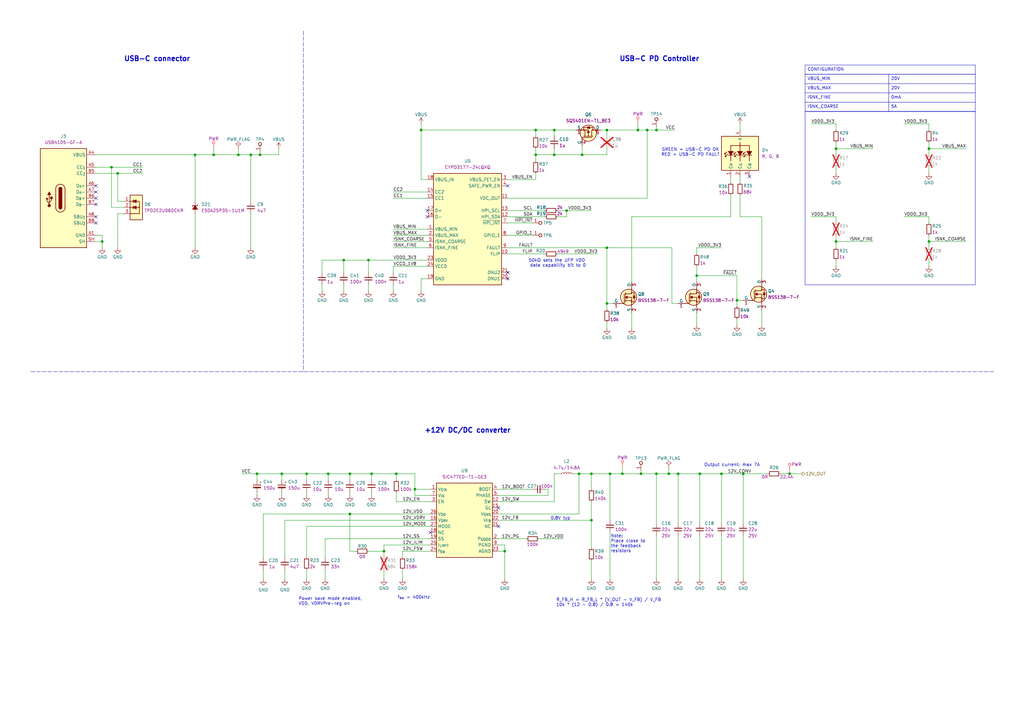
<source format=kicad_sch>
(kicad_sch (version 20250114) (generator "eeschema") (generator_version "9.0")
  (paper "A3")
  (title_block (title "OCuLink to PCIe adapter") (date "2025-06-18") (rev "1.0.0") (company "Antmicro Ltd") (comment 1 "www.antmicro.com"))
  (rectangle (start 330.2 45.72) (end 400.05 116.84))
  (text "GREEN = USB-C PD OK\nRED = USB-C PD FAULT" (at 283.21 62.484 0) (effects (font (size 1.27 1.27))))
  (text "USB-C connector" (at 50.8 25.4 0) (effects (font (size 2 2) (thickness 0.4) (bold yes)) (justify left bottom)))
  (text "f_{sw} = 400kHz" (at 163.068 245.872 0) (effects (font (size 1.27 1.27)) (justify left bottom)))
  (text "0.8V typ" (at 225.806 213.36 0) (effects (font (size 1.27 1.27)) (justify left bottom)))
  (text "USB-C PD Controller" (at 254 25.4 0) (effects (font (size 2 2) (thickness 0.4) (bold yes)) (justify left bottom)))
  (text "50kΩ sets the UFP VDO \ndata capability bit to 0" (at 228.854 107.95 0) (effects (font (size 1.27 1.27))))
  (text "+12V DC/DC converter" (at 173.99 177.8 0) (effects (font (size 2 2) (thickness 0.4) (bold yes)) (justify left bottom)))
  (text "R_FB_H = R_FB_L * (V_OUT - V_FB) / V_FB \n10k * (12 - 0.8) / 0.8 = 140k\n" (at 228.092 248.92 0) (effects (font (size 1.27 1.27)) (justify left bottom)))
  (text "Power save mode enabled, \nVDD, VDRVPre-reg on" (at 122.428 248.412 0) (effects (font (size 1.27 1.27)) (justify left bottom)))
  (text "Note:\nPlace close to\nthe feedback \nresistors" (at 250.444 226.822 0) (effects (font (size 1.27 1.27)) (justify left bottom)))
  (text "Output current: max 7A" (at 288.798 191.516 0) (effects (font (size 1.27 1.27)) (justify left bottom)))
  (junction (at 115.57 194.31))
  (junction (at 381 60.96))
  (junction (at 248.92 101.6))
  (junction (at 262.89 194.31))
  (junction (at 125.73 194.31))
  (junction (at 97.79 63.5))
  (junction (at 261.62 53.34))
  (junction (at 207.01 226.06))
  (junction (at 48.26 71.12))
  (junction (at 323.85 194.31))
  (junction (at 274.32 194.31))
  (junction (at 102.87 63.5))
  (junction (at 238.76 63.5))
  (junction (at 287.02 194.31))
  (junction (at 302.26 123.19))
  (junction (at 219.71 53.34))
  (junction (at 157.48 226.06))
  (junction (at 237.49 194.31))
  (junction (at 248.92 124.46))
  (junction (at 295.91 194.31))
  (junction (at 151.13 106.68))
  (junction (at 232.41 86.36))
  (junction (at 143.51 210.82))
  (junction (at 170.18 200.66))
  (junction (at 87.63 63.5))
  (junction (at 304.8 194.31))
  (junction (at 140.97 106.68))
  (junction (at 269.24 53.34))
  (junction (at 45.72 68.58))
  (junction (at 255.27 194.31))
  (junction (at 269.24 194.31))
  (junction (at 278.13 194.31))
  (junction (at 143.51 194.31))
  (junction (at 250.19 194.31))
  (junction (at 80.01 63.5))
  (junction (at 248.92 53.34))
  (junction (at 285.75 113.03))
  (junction (at 105.41 194.31))
  (junction (at 381 99.06))
  (junction (at 172.72 53.34))
  (junction (at 227.33 63.5))
  (junction (at 227.33 53.34))
  (junction (at 342.9 60.96))
  (junction (at 242.57 213.36))
  (junction (at 106.68 63.5))
  (junction (at 152.4 194.31))
  (junction (at 342.9 99.06))
  (junction (at 242.57 194.31))
  (junction (at 219.71 63.5))
  (junction (at 162.56 194.31))
  (junction (at 41.91 99.06))
  (junction (at 134.62 194.31))
  (junction (at 265.43 53.34))
  (no_connect (at 208.28 76.2))
  (no_connect (at 176.53 218.44))
  (no_connect (at 175.26 86.36))
  (no_connect (at 39.37 88.9))
  (no_connect (at 39.37 76.2))
  (no_connect (at 175.26 88.9))
  (no_connect (at 39.37 83.82))
  (no_connect (at 39.37 78.74))
  (no_connect (at 204.47 208.28))
  (no_connect (at 39.37 81.28))
  (no_connect (at 208.28 114.3))
  (no_connect (at 204.47 215.9))
  (no_connect (at 307.34 72.39))
  (no_connect (at 39.37 91.44))
  (no_connect (at 208.28 111.76))
  (wire (pts (xy 97.79 60.96) (xy 97.79 63.5)))
  (wire (pts (xy 232.41 88.9) (xy 232.41 86.36)))
  (wire (pts (xy 48.26 71.12) (xy 58.42 71.12)))
  (wire (pts (xy 116.84 233.68) (xy 116.84 237.49)))
  (wire (pts (xy 116.84 213.36) (xy 116.84 228.6)))
  (wire (pts (xy 125.73 233.68) (xy 125.73 237.49)))
  (wire (pts (xy 255.27 194.31) (xy 262.89 194.31)))
  (wire (pts (xy 39.37 68.58) (xy 45.72 68.58)))
  (wire (pts (xy 175.26 114.3) (xy 172.72 114.3)))
  (wire (pts (xy 287.02 194.31) (xy 287.02 214.63)))
  (wire (pts (xy 323.85 194.31) (xy 323.85 193.04)))
  (wire (pts (xy 227.33 63.5) (xy 227.33 60.96)))
  (wire (pts (xy 370.84 88.9) (xy 381 88.9)))
  (wire (pts (xy 87.63 63.5) (xy 97.79 63.5)))
  (wire (pts (xy 295.91 101.6) (xy 285.75 101.6)))
  (wire (pts (xy 106.68 62.23) (xy 106.68 63.5)))
  (wire (pts (xy 265.43 53.34) (xy 265.43 81.28)))
  (wire (pts (xy 262.89 194.31) (xy 269.24 194.31)))
  (wire (pts (xy 208.28 88.9) (xy 223.52 88.9)))
  (wire (pts (xy 269.24 52.07) (xy 269.24 53.34)))
  (wire (pts (xy 133.35 233.68) (xy 133.35 237.49)))
  (wire (pts (xy 228.6 86.36) (xy 232.41 86.36)))
  (wire (pts (xy 132.08 106.68) (xy 140.97 106.68)))
  (wire (pts (xy 261.62 53.34) (xy 265.43 53.34)))
  (wire (pts (xy 248.92 53.34) (xy 248.92 55.88)))
  (wire (pts (xy 342.9 68.58) (xy 342.9 71.12)))
  (wire (pts (xy 250.19 194.31) (xy 255.27 194.31)))
  (wire (pts (xy 248.92 63.5) (xy 248.92 60.96)))
  (wire (pts (xy 204.47 203.2) (xy 224.79 203.2)))
  (wire (pts (xy 303.53 72.39) (xy 303.53 74.93)))
  (wire (pts (xy 248.92 53.34) (xy 261.62 53.34)))
  (wire (pts (xy 259.08 88.9) (xy 259.08 115.57)))
  (wire (pts (xy 227.33 194.31) (xy 227.33 205.74)))
  (wire (pts (xy 242.57 229.87) (xy 242.57 237.49)))
  (wire (pts (xy 143.51 194.31) (xy 143.51 196.85)))
  (wire (pts (xy 157.48 233.68) (xy 157.48 237.49)))
  (wire (pts (xy 102.87 63.5) (xy 102.87 82.55)))
  (wire (pts (xy 151.13 106.68) (xy 175.26 106.68)))
  (wire (pts (xy 39.37 71.12) (xy 48.26 71.12)))
  (wire (pts (xy 106.68 63.5) (xy 102.87 63.5)))
  (wire (pts (xy 161.29 78.74) (xy 175.26 78.74)))
  (wire (pts (xy 381 96.52) (xy 381 99.06)))
  (wire (pts (xy 219.71 53.34) (xy 172.72 53.34)))
  (wire (pts (xy 140.97 106.68) (xy 151.13 106.68)))
  (wire (pts (xy 45.72 68.58) (xy 58.42 68.58)))
  (wire (pts (xy 242.57 213.36) (xy 242.57 224.79)))
  (wire (pts (xy 143.51 210.82) (xy 143.51 226.06)))
  (wire (pts (xy 219.71 60.96) (xy 219.71 63.5)))
  (wire (pts (xy 342.9 106.68) (xy 342.9 109.22)))
  (wire (pts (xy 219.71 53.34) (xy 227.33 53.34)))
  (wire (pts (xy 207.01 223.52) (xy 207.01 226.06)))
  (wire (pts (xy 242.57 194.31) (xy 242.57 200.66)))
  (wire (pts (xy 302.26 130.81) (xy 302.26 133.35)))
  (wire (pts (xy 250.19 218.44) (xy 250.19 237.49)))
  (wire (pts (xy 105.41 194.31) (xy 115.57 194.31)))
  (wire (pts (xy 251.46 124.46) (xy 248.92 124.46)))
  (wire (pts (xy 208.28 86.36) (xy 223.52 86.36)))
  (wire (pts (xy 172.72 50.8) (xy 172.72 53.34)))
  (wire (pts (xy 274.32 194.31) (xy 278.13 194.31)))
  (wire (pts (xy 107.95 210.82) (xy 143.51 210.82)))
  (wire (pts (xy 299.72 88.9) (xy 299.72 80.01)))
  (wire (pts (xy 342.9 58.42) (xy 342.9 60.96)))
  (wire (pts (xy 342.9 99.06) (xy 342.9 101.6)))
  (wire (pts (xy 304.8 194.31) (xy 314.96 194.31)))
  (wire (pts (xy 228.6 104.14) (xy 245.11 104.14)))
  (wire (pts (xy 381 106.68) (xy 381 109.22)))
  (wire (pts (xy 161.29 109.22) (xy 161.29 111.76)))
  (wire (pts (xy 143.51 201.93) (xy 143.51 203.2)))
  (wire (pts (xy 165.1 226.06) (xy 165.1 228.6)))
  (wire (pts (xy 275.59 101.6) (xy 248.92 101.6)))
  (wire (pts (xy 295.91 219.71) (xy 295.91 237.49)))
  (wire (pts (xy 242.57 194.31) (xy 250.19 194.31)))
  (wire (pts (xy 116.84 213.36) (xy 176.53 213.36)))
  (wire (pts (xy 80.01 87.63) (xy 80.01 101.6)))
  (wire (pts (xy 224.79 200.66) (xy 223.52 200.66)))
  (wire (pts (xy 320.04 194.31) (xy 323.85 194.31)))
  (wire (pts (xy 132.08 111.76) (xy 132.08 106.68)))
  (wire (pts (xy 208.28 104.14) (xy 223.52 104.14)))
  (wire (pts (xy 204.47 223.52) (xy 207.01 223.52)))
  (wire (pts (xy 287.02 194.31) (xy 295.91 194.31)))
  (wire (pts (xy 39.37 96.52) (xy 41.91 96.52)))
  (wire (pts (xy 107.95 210.82) (xy 107.95 228.6)))
  (wire (pts (xy 381 99.06) (xy 396.24 99.06)))
  (wire (pts (xy 41.91 99.06) (xy 41.91 101.6)))
  (wire (pts (xy 219.71 63.5) (xy 227.33 63.5)))
  (wire (pts (xy 161.29 101.6) (xy 175.26 101.6)))
  (wire (pts (xy 265.43 53.34) (xy 269.24 53.34)))
  (wire (pts (xy 303.53 50.8) (xy 303.53 53.34)))
  (wire (pts (xy 242.57 205.74) (xy 242.57 213.36)))
  (wire (pts (xy 224.79 203.2) (xy 224.79 200.66)))
  (wire (pts (xy 381 88.9) (xy 381 91.44)))
  (wire (pts (xy 39.37 63.5) (xy 80.01 63.5)))
  (wire (pts (xy 246.38 53.34) (xy 248.92 53.34)))
  (wire (pts (xy 152.4 194.31) (xy 143.51 194.31)))
  (wire (pts (xy 115.57 194.31) (xy 115.57 196.85)))
  (wire (pts (xy 99.06 194.31) (xy 105.41 194.31)))
  (wire (pts (xy 45.72 68.58) (xy 45.72 85.09)))
  (wire (pts (xy 238.76 63.5) (xy 248.92 63.5)))
  (wire (pts (xy 157.48 226.06) (xy 157.48 228.6)))
  (wire (pts (xy 227.33 63.5) (xy 238.76 63.5)))
  (wire (pts (xy 312.42 114.3) (xy 312.42 88.9)))
  (wire (pts (xy 161.29 93.98) (xy 175.26 93.98)))
  (wire (pts (xy 204.47 205.74) (xy 227.33 205.74)))
  (wire (pts (xy 295.91 194.31) (xy 304.8 194.31)))
  (wire (pts (xy 162.56 194.31) (xy 170.18 194.31)))
  (wire (pts (xy 342.9 60.96) (xy 358.14 60.96)))
  (wire (pts (xy 381 68.58) (xy 381 71.12)))
  (wire (pts (xy 125.73 215.9) (xy 125.73 228.6)))
  (wire (pts (xy 381 50.8) (xy 381 53.34)))
  (wire (pts (xy 278.13 219.71) (xy 278.13 237.49)))
  (wire (pts (xy 261.62 50.8) (xy 261.62 53.34)))
  (wire (pts (xy 133.35 220.98) (xy 133.35 228.6)))
  (wire (pts (xy 323.85 194.31) (xy 328.93 194.31)))
  (wire (pts (xy 48.26 82.55) (xy 48.26 71.12)))
  (wire (pts (xy 204.47 226.06) (xy 207.01 226.06)))
  (wire (pts (xy 48.26 82.55) (xy 50.8 82.55)))
  (wire (pts (xy 312.42 133.35) (xy 312.42 127)))
  (wire (pts (xy 140.97 116.84) (xy 140.97 119.38)))
  (wire (pts (xy 285.75 113.03) (xy 302.26 113.03)))
  (wire (pts (xy 255.27 191.77) (xy 255.27 194.31)))
  (wire (pts (xy 248.92 124.46) (xy 248.92 101.6)))
  (wire (pts (xy 151.13 116.84) (xy 151.13 119.38)))
  (wire (pts (xy 125.73 201.93) (xy 125.73 203.2)))
  (polyline (pts (xy 124.46 12.7) (xy 124.46 152.4)) (stroke (width 0) (type dash)))
  (wire (pts (xy 278.13 124.46) (xy 275.59 124.46)))
  (wire (pts (xy 274.32 191.77) (xy 274.32 194.31)))
  (wire (pts (xy 140.97 106.68) (xy 140.97 111.76)))
  (wire (pts (xy 237.49 210.82) (xy 237.49 194.31)))
  (wire (pts (xy 143.51 226.06) (xy 146.05 226.06)))
  (wire (pts (xy 172.72 114.3) (xy 172.72 119.38)))
  (wire (pts (xy 204.47 210.82) (xy 237.49 210.82)))
  (wire (pts (xy 161.29 109.22) (xy 175.26 109.22)))
  (wire (pts (xy 342.9 96.52) (xy 342.9 99.06)))
  (wire (pts (xy 172.72 53.34) (xy 172.72 73.66)))
  (wire (pts (xy 303.53 80.01) (xy 303.53 88.9)))
  (wire (pts (xy 259.08 88.9) (xy 299.72 88.9)))
  (wire (pts (xy 125.73 194.31) (xy 134.62 194.31)))
  (wire (pts (xy 170.18 200.66) (xy 176.53 200.66)))
  (wire (pts (xy 114.3 60.96) (xy 114.3 63.5)))
  (wire (pts (xy 332.74 88.9) (xy 342.9 88.9)))
  (wire (pts (xy 302.26 123.19) (xy 302.26 125.73)))
  (wire (pts (xy 332.74 50.8) (xy 342.9 50.8)))
  (wire (pts (xy 134.62 194.31) (xy 134.62 196.85)))
  (wire (pts (xy 220.98 220.98) (xy 231.14 220.98)))
  (wire (pts (xy 237.49 194.31) (xy 242.57 194.31)))
  (wire (pts (xy 161.29 116.84) (xy 161.29 119.38)))
  (wire (pts (xy 151.13 106.68) (xy 151.13 111.76)))
  (wire (pts (xy 207.01 226.06) (xy 207.01 237.49)))
  (wire (pts (xy 162.56 201.93) (xy 162.56 205.74)))
  (wire (pts (xy 152.4 194.31) (xy 162.56 194.31)))
  (wire (pts (xy 48.26 101.6) (xy 48.26 87.63)))
  (wire (pts (xy 285.75 101.6) (xy 285.75 104.14)))
  (wire (pts (xy 162.56 194.31) (xy 162.56 196.85)))
  (wire (pts (xy 302.26 123.19) (xy 304.8 123.19)))
  (wire (pts (xy 228.6 88.9) (xy 232.41 88.9)))
  (wire (pts (xy 152.4 201.93) (xy 152.4 203.2)))
  (wire (pts (xy 97.79 63.5) (xy 102.87 63.5)))
  (wire (pts (xy 342.9 88.9) (xy 342.9 91.44)))
  (wire (pts (xy 165.1 233.68) (xy 165.1 237.49)))
  (wire (pts (xy 48.26 87.63) (xy 50.8 87.63)))
  (wire (pts (xy 41.91 96.52) (xy 41.91 99.06)))
  (wire (pts (xy 161.29 81.28) (xy 175.26 81.28)))
  (wire (pts (xy 208.28 73.66) (xy 219.71 73.66)))
  (wire (pts (xy 269.24 53.34) (xy 276.86 53.34)))
  (polyline (pts (xy 12.7 152.4) (xy 407.67 152.4)) (stroke (width 0) (type dash)))
  (wire (pts (xy 299.72 74.93) (xy 299.72 72.39)))
  (wire (pts (xy 105.41 194.31) (xy 105.41 196.85)))
  (wire (pts (xy 114.3 63.5) (xy 106.68 63.5)))
  (wire (pts (xy 381 60.96) (xy 396.24 60.96)))
  (wire (pts (xy 39.37 99.06) (xy 41.91 99.06)))
  (wire (pts (xy 381 60.96) (xy 381 63.5)))
  (wire (pts (xy 80.01 63.5) (xy 80.01 82.55)))
  (wire (pts (xy 87.63 60.96) (xy 87.63 63.5)))
  (wire (pts (xy 269.24 194.31) (xy 269.24 214.63)))
  (wire (pts (xy 248.92 124.46) (xy 248.92 127)))
  (wire (pts (xy 381 99.06) (xy 381 101.6)))
  (wire (pts (xy 134.62 201.93) (xy 134.62 203.2)))
  (wire (pts (xy 125.73 215.9) (xy 176.53 215.9)))
  (wire (pts (xy 132.08 116.84) (xy 132.08 119.38)))
  (wire (pts (xy 170.18 203.2) (xy 170.18 200.66)))
  (wire (pts (xy 285.75 133.35) (xy 285.75 128.27)))
  (wire (pts (xy 161.29 99.06) (xy 175.26 99.06)))
  (wire (pts (xy 250.19 194.31) (xy 250.19 213.36)))
  (wire (pts (xy 172.72 73.66) (xy 175.26 73.66)))
  (wire (pts (xy 238.76 59.69) (xy 238.76 63.5)))
  (wire (pts (xy 342.9 50.8) (xy 342.9 53.34)))
  (wire (pts (xy 219.71 53.34) (xy 219.71 55.88)))
  (wire (pts (xy 152.4 194.31) (xy 152.4 196.85)))
  (wire (pts (xy 115.57 201.93) (xy 115.57 203.2)))
  (wire (pts (xy 259.08 134.62) (xy 259.08 128.27)))
  (wire (pts (xy 161.29 96.52) (xy 175.26 96.52)))
  (wire (pts (xy 278.13 194.31) (xy 287.02 194.31)))
  (wire (pts (xy 381 58.42) (xy 381 60.96)))
  (wire (pts (xy 204.47 200.66) (xy 218.44 200.66)))
  (wire (pts (xy 204.47 220.98) (xy 215.9 220.98)))
  (wire (pts (xy 227.33 53.34) (xy 227.33 55.88)))
  (wire (pts (xy 218.44 91.44) (xy 208.28 91.44)))
  (wire (pts (xy 285.75 113.03) (xy 285.75 115.57)))
  (wire (pts (xy 134.62 194.31) (xy 143.51 194.31)))
  (wire (pts (xy 204.47 213.36) (xy 242.57 213.36)))
  (wire (pts (xy 115.57 194.31) (xy 125.73 194.31)))
  (wire (pts (xy 162.56 205.74) (xy 176.53 205.74)))
  (wire (pts (xy 105.41 201.93) (xy 105.41 203.2)))
  (wire (pts (xy 157.48 223.52) (xy 157.48 226.06)))
  (wire (pts (xy 232.41 86.36) (xy 242.57 86.36)))
  (wire (pts (xy 262.89 193.04) (xy 262.89 194.31)))
  (wire (pts (xy 227.33 194.31) (xy 229.87 194.31)))
  (wire (pts (xy 208.28 81.28) (xy 265.43 81.28)))
  (wire (pts (xy 50.8 85.09) (xy 45.72 85.09)))
  (wire (pts (xy 157.48 223.52) (xy 176.53 223.52)))
  (wire (pts (xy 342.9 60.96) (xy 342.9 63.5)))
  (wire (pts (xy 285.75 109.22) (xy 285.75 113.03)))
  (wire (pts (xy 304.8 219.71) (xy 304.8 237.49)))
  (wire (pts (xy 269.24 219.71) (xy 269.24 237.49)))
  (wire (pts (xy 269.24 194.31) (xy 274.32 194.31)))
  (wire (pts (xy 151.13 226.06) (xy 157.48 226.06)))
  (wire (pts (xy 219.71 71.12) (xy 219.71 73.66)))
  (wire (pts (xy 248.92 132.08) (xy 248.92 134.62)))
  (wire (pts (xy 170.18 203.2) (xy 176.53 203.2)))
  (wire (pts (xy 208.28 101.6) (xy 248.92 101.6)))
  (wire (pts (xy 304.8 194.31) (xy 304.8 214.63)))
  (wire (pts (xy 170.18 200.66) (xy 170.18 194.31)))
  (wire (pts (xy 342.9 99.06) (xy 358.14 99.06)))
  (wire (pts (xy 278.13 194.31) (xy 278.13 214.63)))
  (wire (pts (xy 234.95 194.31) (xy 237.49 194.31)))
  (wire (pts (xy 302.26 113.03) (xy 302.26 123.19)))
  (wire (pts (xy 80.01 63.5) (xy 87.63 63.5)))
  (wire (pts (xy 143.51 210.82) (xy 176.53 210.82)))
  (wire (pts (xy 218.44 96.52) (xy 208.28 96.52)))
  (wire (pts (xy 102.87 101.6) (xy 102.87 87.63)))
  (wire (pts (xy 125.73 194.31) (xy 125.73 196.85)))
  (wire (pts (xy 219.71 63.5) (xy 219.71 66.04)))
  (wire (pts (xy 295.91 194.31) (xy 295.91 214.63)))
  (wire (pts (xy 107.95 233.68) (xy 107.95 237.49)))
  (wire (pts (xy 227.33 53.34) (xy 236.22 53.34)))
  (wire (pts (xy 275.59 124.46) (xy 275.59 101.6)))
  (wire (pts (xy 165.1 226.06) (xy 176.53 226.06)))
  (wire (pts (xy 287.02 219.71) (xy 287.02 237.49)))
  (wire (pts (xy 370.84 50.8) (xy 381 50.8)))
  (wire (pts (xy 133.35 220.98) (xy 176.53 220.98)))
  (wire (pts (xy 303.53 88.9) (xy 312.42 88.9)))
  (table (column_count 2) (border (external yes) (header yes)) (separators (rows yes) (cols yes)) (column_widths 34.29 35.56) (row_heights 3.81 3.81 3.81 3.81) (cells (table_cell "VBUS_MIN" (at 330.2 30.48 0) (size 34.29 3.81) (margins 0.9525 0.9525 0.9525 0.9525) (span 1 1)) (table_cell "20V" (at 364.49 30.48 0) (size 35.56 3.81) (margins 0.9525 0.9525 0.9525 0.9525) (span 1 1)) (table_cell "VBUS_MAX" (at 330.2 34.29 0) (size 34.29 3.81) (margins 0.9525 0.9525 0.9525 0.9525) (span 1 1)) (table_cell "20V" (at 364.49 34.29 0) (size 35.56 3.81) (margins 0.9525 0.9525 0.9525 0.9525) (span 1 1)) (table_cell "ISNK_FINE" (at 330.2 38.1 0) (size 34.29 3.81) (margins 0.9525 0.9525 0.9525 0.9525) (span 1 1)) (table_cell "0mA" (at 364.49 38.1 0) (size 35.56 3.81) (margins 0.9525 0.9525 0.9525 0.9525) (span 1 1)) (table_cell "ISNK_COARSE" (at 330.2 41.91 0) (size 34.29 3.81) (margins 0.9525 0.9525 0.9525 0.9525) (span 1 1)) (table_cell "5A" (at 364.49 41.91 0) (size 35.56 3.81) (margins 0.9525 0.9525 0.9525 0.9525) (span 1 1))))
  (table (column_count 1) (border (external yes) (header yes)) (separators (rows yes) (cols yes)) (column_widths 69.85) (row_heights 3.81) (cells (table_cell "CONFIGURATION" (at 330.2 26.67 0) (size 69.85 3.81) (margins 0.9525 0.9525 0.9525 0.9525) (span 1 1))))
  (label "VDDD_3V3" (at 332.74 50.8 0))
  (label "12V_SW" (at 205.74 205.74 0))
  (label "SDA" (at 218.44 88.9 180))
  (label "FLIP" (at 218.44 104.14 180))
  (label "12V_VDD" (at 165.1 210.82 0))
  (label "VDDD_3V3" (at 245.11 104.14 180))
  (label "CC1" (at 161.29 81.28 0))
  (label "CC2" (at 161.29 78.74 0))
  (label "VBUS_MIN" (at 161.29 93.98 0))
  (label "~{FAULT}" (at 302.26 113.03 180))
  (label "VDDD_3V3" (at 242.57 86.36 180))
  (label "VCC" (at 276.86 53.34 180))
  (label "ISNK_FINE" (at 358.14 99.06 180))
  (label "12V_ILIM" (at 165.1 223.52 0))
  (label "12V_VDRV" (at 165.1 213.36 0))
  (label "GPIO_1" (at 218.44 96.52 180))
  (label "FAULT" (at 218.44 101.6 180))
  (label "ISNK_FINE" (at 161.29 101.6 0))
  (label "VDDD_3V3" (at 370.84 50.8 0))
  (label "12V_CONV" (at 298.45 194.31 0))
  (label "VBUS_MIN" (at 358.14 60.96 180))
  (label "12V_FSW" (at 165.1 226.06 0))
  (label "12V_EN" (at 165.1 205.74 0))
  (label "ISNK_COARSE" (at 161.29 99.06 0))
  (label "VBUS_MAX" (at 396.24 60.96 180))
  (label "CC1" (at 58.42 68.58 180))
  (label "12V_MODE" (at 165.1 215.9 0))
  (label "VDDD_3V3" (at 161.29 106.68 0))
  (label "12V_VDD" (at 231.14 220.98 180))
  (label "VDDD_3V3" (at 295.91 101.6 180))
  (label "VBUS_MAX" (at 161.29 96.52 0))
  (label "~{HPI_INT}" (at 218.44 91.44 180))
  (label "ISNK_COARSE" (at 396.24 99.06 180))
  (label "VDDD_3V3" (at 370.84 88.9 0))
  (label "VDDD_3V3" (at 332.74 88.9 0))
  (label "CC2" (at 58.42 71.12 180))
  (label "12V_BOOT" (at 205.74 200.66 0))
  (label "VBUS_EN" (at 218.44 73.66 180))
  (label "SCL" (at 218.44 86.36 180))
  (label "VCC" (at 99.06 194.31 0))
  (label "12V_FB" (at 205.74 213.36 0))
  (label "VCCD_1V8" (at 161.29 109.22 0))
  (label "12V_SS" (at 165.1 220.98 0))
  (label "12V_PG" (at 205.74 220.98 0))
  (hierarchical_label "12V_OUT" (shape output) (at 328.93 194.31 0))
  (netclass_flag "" (length 2.54) (shape round) (at 261.62 50.8 0) (property "Netclass" "PWR" (at 261.62 46.736 0)))
  (netclass_flag "" (length 2.54) (shape round) (at 255.27 191.77 0) (property "Netclass" "PWR" (at 255.27 187.706 0)))
  (netclass_flag "" (length 2.54) (shape round) (at 87.63 60.96 0) (property "Netclass" "PWR" (at 87.63 56.896 0)))
  (netclass_flag "" (length 2.54) (shape round) (at 323.85 193.04 0) (property "Netclass" "PWR" (at 324.5485 190.5 0) (effects (justify left))))
  (symbol (lib_id "antmicropower:GND") (at 269.24 237.49 0) (unit 1)
    (property "Reference" "#PWR041" (effects (hide yes)))
    (property "Value" "GND" (at 269.24 241.3 0))
    (property "Author" "Antmicro" (effects (hide yes)))
    (property "License" "Apache-2.0" (effects (hide yes)))
  )
  (symbol (lib_id "antmicroResistors0402:R_68k_0402") (at 157.48 233.68 90) (unit 1) (in_bom no) (dnp yes)
    (property "Reference" "R31" (at 158.75 229.87 90) (effects (justify right)))
    (property "Value" "R_68k_0402" (effects (hide yes)))
    (property "Footprint" "antmicro-footprints:R_0402_1005Metric" (effects (hide yes)))
    (property "Datasheet" "https://www.bourns.com/docs/product-datasheets/cr.pdf" (effects (hide yes)))
    (property "Description" "SMD Chip Resistor" (effects (hide yes)))
    (property "MPN" "CR0402-FX-6802GLF" (effects (hide yes)))
    (property "Manufacturer" "Bourns" (effects (hide yes)))
    (property "License" "Apache-2.0" (effects (hide yes)))
    (property "Author" "Antmicro" (effects (hide yes)))
    (property "Val" "68k" (at 158.75 232.41 90) (effects (justify right)))
    (property "Tolerance" "1%" (effects (hide yes)))
  )
  (symbol (lib_id "antmicroResistors0402:R_1k_0402") (at 342.9 96.52 90) (unit 1) (in_bom no) (dnp yes)
    (property "Reference" "R24" (at 344.17 92.71 90) (effects (justify right)))
    (property "Value" "R_1k_0402" (effects (hide yes)))
    (property "Footprint" "antmicro-footprints:R_0402_1005Metric" (effects (hide yes)))
    (property "Datasheet" "https://www.bourns.com/docs/product-datasheets/cr.pdf" (effects (hide yes)))
    (property "Description" "SMD Chip Resistor, 1 kohm, ± 1%, 63 mW, 0402 [1005 Metric], Thick Film, General Purpose" (effects (hide yes)))
    (property "MPN" "CR0402-FX-1001GLF" (effects (hide yes)))
    (property "Manufacturer" "Bourns" (effects (hide yes)))
    (property "License" "Apache-2.0" (effects (hide yes)))
    (property "Author" "Antmicro" (effects (hide yes)))
    (property "Val" "1k" (at 344.17 95.25 90) (effects (justify right)))
    (property "Tolerance" "1%" (effects (hide yes)))
  )
  (symbol (lib_id "antmicropower:GND") (at 342.9 71.12 0) (unit 1)
    (property "Reference" "#PWR043" (effects (hide yes)))
    (property "Value" "GND" (at 342.9 74.93 0))
    (property "Author" "Antmicro" (effects (hide yes)))
    (property "License" "Apache-2.0" (effects (hide yes)))
  )
  (symbol (lib_id "antmicropower:PWR_FLAG") (at 274.32 191.77 0) (unit 1)
    (property "Reference" "#FLG07" (effects (hide yes)))
    (property "Value" "PWR_FLAG" (at 274.32 187.96 0))
  )
  (symbol (lib_id "antmicroCapacitors0402:C_1u_25V_0402") (at 248.92 60.96 90) (unit 1) (dnp yes)
    (property "Reference" "C38" (at 250.952 57.15 90) (effects (justify right)))
    (property "Value" "C_1u_25V_0402" (effects (hide yes)))
    (property "Footprint" "antmicro-footprints:C_0402_1005Metric" (effects (hide yes)))
    (property "Datasheet" "https://www.murata.com/products/productdetail?partno=GRM155R61E105KE11%23" (effects (hide yes)))
    (property "Description" "SMD Multilayer Ceramic Capacitor, 1 µF, 25 V, 0402 [1005 Metric], ± 10%, X5R, GRM Series" (effects (hide yes)))
    (property "MPN" "GRM155R61E105KE11J" (effects (hide yes)))
    (property "Manufacturer" "Murata" (effects (hide yes)))
    (property "License" "Apache-2.0" (effects (hide yes)))
    (property "Author" "Antmicro" (effects (hide yes)))
    (property "Val" "1u" (at 250.952 59.69 90) (effects (justify right)))
    (property "Voltage" "25V" (effects (hide yes)))
    (property "Dielectric" "X5R" (effects (hide yes)))
  )
  (symbol (lib_id "antmicroTestPoints:TP_0.75mm_SMD") (at 218.44 96.52 0) (unit 1) (in_bom no)
    (property "Reference" "TP6" (at 222.758 96.52 0) (effects (justify left)))
    (property "Value" "TP_0.75mm_SMD" (effects (hide yes)))
    (property "Footprint" "antmicro-footprints:TP_SMD_0.75mm" (effects (hide yes)))
    (property "Description" "SMT test point" (effects (hide yes)))
    (property "Author" "Antmicro" (effects (hide yes)))
    (property "License" "Apache-2.0" (effects (hide yes)))
  )
  (symbol (lib_id "antmicroResistors0402:R_1k_0402") (at 342.9 58.42 90) (unit 1)
    (property "Reference" "R29" (at 344.17 54.61 90) (effects (justify right)))
    (property "Value" "R_1k_0402" (effects (hide yes)))
    (property "Footprint" "antmicro-footprints:R_0402_1005Metric" (effects (hide yes)))
    (property "Datasheet" "https://www.bourns.com/docs/product-datasheets/cr.pdf" (effects (hide yes)))
    (property "Description" "SMD Chip Resistor, 1 kohm, ± 1%, 63 mW, 0402 [1005 Metric], Thick Film, General Purpose" (effects (hide yes)))
    (property "MPN" "CR0402-FX-1001GLF" (effects (hide yes)))
    (property "Manufacturer" "Bourns" (effects (hide yes)))
    (property "License" "Apache-2.0" (effects (hide yes)))
    (property "Author" "Antmicro" (effects (hide yes)))
    (property "Val" "1k" (at 344.17 57.15 90) (effects (justify right)))
    (property "Tolerance" "1%" (effects (hide yes)))
  )
  (symbol (lib_id "antmicroCapacitorsmisc:C_22u_25V_0805") (at 304.8 219.71 90) (unit 1)
    (property "Reference" "C28" (at 306.832 214.63 90) (effects (justify right)))
    (property "Value" "C_22u_25V_0805" (effects (hide yes)))
    (property "Footprint" "antmicro-footprints:C_0805_2012Metric" (effects (hide yes)))
    (property "Datasheet" "https://product.samsungsem.com/mlcc/CL21A226MAYNNN.do" (effects (hide yes)))
    (property "Description" "SMT Multilayer Ceramic Capacitor, 22uF, +/-20%, 25V, X5R, 0805 [2012 Metric]" (effects (hide yes)))
    (property "MPN" "CL21A226MAYNNNE" (effects (hide yes)))
    (property "Manufacturer" "Samsung Electro-Mechanics" (effects (hide yes)))
    (property "License" "Apache-2.0" (effects (hide yes)))
    (property "Author" "Antmicro" (effects (hide yes)))
    (property "Val" "22u" (at 306.832 217.17 90) (effects (justify right)))
    (property "Voltage" "25V" (at 306.832 219.7099 90) (effects (justify right)))
    (property "Dielectric" "X5R" (effects (hide yes)))
    (property "Public" "False" (effects (hide yes)))
  )
  (symbol (lib_id "antmicroTestPoints:TP_0.75mm_SMD") (at 262.89 193.04 90) (unit 1) (in_bom no)
    (property "Reference" "TP13" (at 262.89 187.96 90))
    (property "Value" "TP_0.75mm_SMD" (effects (hide yes)))
    (property "Footprint" "antmicro-footprints:TP_SMD_0.75mm" (effects (hide yes)))
    (property "Description" "SMT test point" (effects (hide yes)))
    (property "Author" "Antmicro" (effects (hide yes)))
    (property "License" "Apache-2.0" (effects (hide yes)))
  )
  (symbol (lib_id "antmicroCapacitorsmisc:C_10u_0805_35V") (at 143.51 201.93 90) (unit 1)
    (property "Reference" "C25" (at 146.05 198.1136 90) (effects (justify right)))
    (property "Value" "C_10u_0805_35V" (effects (hide yes)))
    (property "Footprint" "antmicro-footprints:C_0805_2012Metric" (effects (hide yes)))
    (property "Datasheet" "https://www.murata.com/products/productdetail?partno=GRM21BR6YA106KE43%23" (effects (hide yes)))
    (property "Description" "SMD Multilayer Ceramic Capacitor, 10 µF, 35 V, 0805 [2012 Metric], ± 10%, X5R, GRM Series" (effects (hide yes)))
    (property "MPN" "GRM21BR6YA106KE43L" (effects (hide yes)))
    (property "Manufacturer" "Murata" (effects (hide yes)))
    (property "License" "Apache-2.0" (effects (hide yes)))
    (property "Author" "Antmicro" (effects (hide yes)))
    (property "Val" "10u" (at 146.05 200.6536 90) (effects (justify right)))
    (property "Voltage" "35V" (effects (hide yes)))
    (property "Public" "False" (effects (hide yes)))
  )
  (symbol (lib_id "antmicroCapacitors0402:C_100n_0402") (at 151.13 116.84 90) (unit 1)
    (property "Reference" "C40" (at 153.67 113.0236 90) (effects (justify right)))
    (property "Value" "C_100n_0402" (effects (hide yes)))
    (property "Footprint" "antmicro-footprints:C_0402_1005Metric" (effects (hide yes)))
    (property "Datasheet" "https://www.murata.com/products/productdetail?partno=GRM155R61H104KE14%23" (effects (hide yes)))
    (property "Description" "SMD Multilayer Ceramic Capacitor, 0.1 µF, 50 V, 0402 [1005 Metric], ± 10%, X5R, GRM Series" (effects (hide yes)))
    (property "MPN" "GRM155R61H104KE14D" (effects (hide yes)))
    (property "Manufacturer" "Murata" (effects (hide yes)))
    (property "License" "Apache-2.0" (effects (hide yes)))
    (property "Author" "Antmicro" (effects (hide yes)))
    (property "Val" "100n" (at 153.67 115.5636 90) (effects (justify right)))
    (property "Voltage" "50V" (effects (hide yes)))
    (property "Dielectric" "X5R" (effects (hide yes)))
  )
  (symbol (lib_id "antmicropower:GND") (at 304.8 237.49 0) (unit 1)
    (property "Reference" "#PWR066" (effects (hide yes)))
    (property "Value" "GND" (at 304.8 241.3 0))
    (property "Author" "Antmicro" (effects (hide yes)))
    (property "License" "Apache-2.0" (effects (hide yes)))
  )
  (symbol (lib_id "antmicroResistors0402:R_10k_0402") (at 299.72 80.01 270) (mirror x) (unit 1)
    (property "Reference" "R36" (at 298.45 76.454 90) (effects (justify right)))
    (property "Value" "R_10k_0402" (effects (hide yes)))
    (property "Footprint" "antmicro-footprints:R_0402_1005Metric" (effects (hide yes)))
    (property "Datasheet" "https://www.bourns.com/docs/product-datasheets/cr.pdf" (effects (hide yes)))
    (property "Description" "SMD Chip Resistor, 10 kohm, ± 1%, 62.5 mW, 0402 [1005 Metric], Thick Film, General Purpose" (effects (hide yes)))
    (property "MPN" "CR0402-FX-1002GLF" (effects (hide yes)))
    (property "Manufacturer" "Bourns" (effects (hide yes)))
    (property "License" "Apache-2.0" (effects (hide yes)))
    (property "Author" "Antmicro" (effects (hide yes)))
    (property "Val" "10k" (at 298.45 78.994 90) (effects (justify right)))
    (property "Tolerance" "1%" (effects (hide yes)))
  )
  (symbol (lib_id "antmicroResistors0402:R_158k_0402") (at 165.1 233.68 90) (unit 1)
    (property "Reference" "R33" (at 166.37 229.87 90) (effects (justify right)))
    (property "Value" "R_158k_0402" (effects (hide yes)))
    (property "Footprint" "antmicro-footprints:R_0402_1005Metric" (effects (hide yes)))
    (property "Datasheet" "https://www.bourns.com/docs/product-datasheets/cr.pdf" (effects (hide yes)))
    (property "Description" "SMD Chip Resistor, 158 kohm, ± 1%, 100 mW, 0402 [1005 Metric], Thick Film, Precision" (effects (hide yes)))
    (property "MPN" "CR0402-FX-1583GLF" (effects (hide yes)))
    (property "Manufacturer" "Bourns" (effects (hide yes)))
    (property "License" "Apache-2.0" (effects (hide yes)))
    (property "Author" "Antmicro" (effects (hide yes)))
    (property "Val" "158k" (at 166.37 232.41 90) (effects (justify right)))
    (property "Tolerance" "1%" (effects (hide yes)))
  )
  (symbol (lib_id "antmicroResistors0402:R_100k_0402") (at 162.56 201.93 90) (unit 1)
    (property "Reference" "R32" (at 164.084 198.1199 90) (effects (justify right)))
    (property "Value" "R_100k_0402" (effects (hide yes)))
    (property "Footprint" "antmicro-footprints:R_0402_1005Metric" (effects (hide yes)))
    (property "Datasheet" "https://www.bourns.com/docs/product-datasheets/cr.pdf" (effects (hide yes)))
    (property "Description" "SMD Chip Resistor, 100 kohm, ± 1%, 62.5 mW, 0402 [1005 Metric], Thick Film, General Purpose" (effects (hide yes)))
    (property "Manufacturer" "Bourns" (effects (hide yes)))
    (property "MPN" "CR0402-FX-1003GLF" (effects (hide yes)))
    (property "Val" "100k" (at 164.084 200.66 90) (effects (justify right)))
    (property "License" "Apache-2.0" (effects (hide yes)))
    (property "Author" "Antmicro" (effects (hide yes)))
    (property "Tolerance" "1%" (effects (hide yes)))
  )
  (symbol (lib_id "antmicropower:GND") (at 157.48 237.49 0) (unit 1)
    (property "Reference" "#PWR073" (effects (hide yes)))
    (property "Value" "GND" (at 157.48 241.3 0))
    (property "Author" "Antmicro" (effects (hide yes)))
    (property "License" "Apache-2.0" (effects (hide yes)))
  )
  (symbol (lib_id "antmicroResistors0402:R_1k_0402") (at 285.75 109.22 90) (unit 1)
    (property "Reference" "R48" (at 287.02 105.41 90) (effects (justify right)))
    (property "Value" "R_1k_0402" (effects (hide yes)))
    (property "Footprint" "antmicro-footprints:R_0402_1005Metric" (effects (hide yes)))
    (property "Datasheet" "https://www.bourns.com/docs/product-datasheets/cr.pdf" (effects (hide yes)))
    (property "Description" "SMD Chip Resistor, 1 kohm, ± 1%, 63 mW, 0402 [1005 Metric], Thick Film, General Purpose" (effects (hide yes)))
    (property "MPN" "CR0402-FX-1001GLF" (effects (hide yes)))
    (property "Manufacturer" "Bourns" (effects (hide yes)))
    (property "License" "Apache-2.0" (effects (hide yes)))
    (property "Author" "Antmicro" (effects (hide yes)))
    (property "Val" "1k" (at 287.02 107.95 90) (effects (justify right)))
    (property "Tolerance" "1%" (effects (hide yes)))
  )
  (symbol (lib_id "antmicropower:GND") (at 207.01 237.49 0) (unit 1)
    (property "Reference" "#PWR075" (effects (hide yes)))
    (property "Value" "GND" (at 207.01 241.3 0))
    (property "Author" "Antmicro" (effects (hide yes)))
    (property "License" "Apache-2.0" (effects (hide yes)))
  )
  (symbol (lib_id "antmicroResistors0402:R_10k_0402") (at 219.71 60.96 90) (unit 1)
    (property "Reference" "R27" (at 220.98 57.404 90) (effects (justify right)))
    (property "Value" "R_10k_0402" (effects (hide yes)))
    (property "Footprint" "antmicro-footprints:R_0402_1005Metric" (effects (hide yes)))
    (property "Datasheet" "https://www.bourns.com/docs/product-datasheets/cr.pdf" (effects (hide yes)))
    (property "Description" "SMD Chip Resistor, 10 kohm, ± 1%, 62.5 mW, 0402 [1005 Metric], Thick Film, General Purpose" (effects (hide yes)))
    (property "MPN" "CR0402-FX-1002GLF" (effects (hide yes)))
    (property "Manufacturer" "Bourns" (effects (hide yes)))
    (property "License" "Apache-2.0" (effects (hide yes)))
    (property "Author" "Antmicro" (effects (hide yes)))
    (property "Val" "10k" (at 220.98 59.944 90) (effects (justify right)))
    (property "Tolerance" "1%" (effects (hide yes)))
  )
  (symbol (lib_id "antmicropower:GND") (at 132.08 119.38 0) (unit 1)
    (property "Reference" "#PWR0101" (effects (hide yes)))
    (property "Value" "GND" (at 132.08 123.19 0))
    (property "Author" "Antmicro" (effects (hide yes)))
    (property "License" "Apache-2.0" (effects (hide yes)))
  )
  (symbol (lib_id "antmicroCapacitors0402:C_100n_0402") (at 218.44 200.66 0) (unit 1)
    (property "Reference" "C27" (at 218.186 199.39 0))
    (property "Value" "C_100n_0402" (effects (hide yes)))
    (property "Footprint" "antmicro-footprints:C_0402_1005Metric" (effects (hide yes)))
    (property "Datasheet" "https://www.murata.com/products/productdetail?partno=GRM155R61H104KE14%23" (effects (hide yes)))
    (property "Description" "SMD Multilayer Ceramic Capacitor, 0.1 µF, 50 V, 0402 [1005 Metric], ± 10%, X5R, GRM Series" (effects (hide yes)))
    (property "MPN" "GRM155R61H104KE14D" (effects (hide yes)))
    (property "Manufacturer" "Murata" (effects (hide yes)))
    (property "License" "Apache-2.0" (effects (hide yes)))
    (property "Author" "Antmicro" (effects (hide yes)))
    (property "Val" "100n" (at 224.282 199.39 0))
    (property "Voltage" "50V" (effects (hide yes)))
    (property "Dielectric" "X5R" (effects (hide yes)))
  )
  (symbol (lib_id "antmicropower:GND") (at 140.97 119.38 0) (unit 1)
    (property "Reference" "#PWR050" (effects (hide yes)))
    (property "Value" "GND" (at 140.97 123.19 0))
    (property "Author" "Antmicro" (effects (hide yes)))
    (property "License" "Apache-2.0" (effects (hide yes)))
  )
  (symbol (lib_id "antmicroResistors0402:R_0R_0402") (at 146.05 226.06 0) (unit 1)
    (property "Reference" "R30" (at 148.59 224.028 0))
    (property "Value" "R_0R_0402" (effects (hide yes)))
    (property "Footprint" "antmicro-footprints:R_0402_1005Metric" (effects (hide yes)))
    (property "Datasheet" "https://industrial.panasonic.com/cdbs/www-data/pdf/RDA0000/AOA0000C301.pdf" (effects (hide yes)))
    (property "Description" "SMD Chip Resistor, Jumper, 0 ohm, 100 mW, 0402 [1005 Metric], Thick Film, General Purpose" (effects (hide yes)))
    (property "Manufacturer" "Panasonic" (effects (hide yes)))
    (property "MPN" "ERJ2GE0R00X" (effects (hide yes)))
    (property "Val" "0R" (at 148.59 228.346 0))
    (property "License" "Apache-2.0" (effects (hide yes)))
    (property "Author" "Antmicro" (effects (hide yes)))
    (property "Current" "1A" (effects (hide yes)))
  )
  (symbol (lib_id "antmicroCapacitors0402:C_100n_0402") (at 250.19 218.44 90) (unit 1)
    (property "Reference" "C31" (at 252.222 214.63 90) (effects (justify right)))
    (property "Value" "C_100n_0402" (effects (hide yes)))
    (property "Footprint" "antmicro-footprints:C_0402_1005Metric" (effects (hide yes)))
    (property "Datasheet" "https://www.murata.com/products/productdetail?partno=GRM155R61H104KE14%23" (effects (hide yes)))
    (property "Description" "SMD Multilayer Ceramic Capacitor, 0.1 µF, 50 V, 0402 [1005 Metric], ± 10%, X5R, GRM Series" (effects (hide yes)))
    (property "MPN" "GRM155R61H104KE14D" (effects (hide yes)))
    (property "Manufacturer" "Murata" (effects (hide yes)))
    (property "License" "Apache-2.0" (effects (hide yes)))
    (property "Author" "Antmicro" (effects (hide yes)))
    (property "Val" "100n" (at 252.222 217.17 90) (effects (justify right)))
    (property "Voltage" "50V" (effects (hide yes)))
    (property "Dielectric" "X5R" (effects (hide yes)))
  )
  (symbol (lib_id "antmicropower:GND") (at 80.01 101.6 0) (mirror y) (unit 1)
    (property "Reference" "#PWR039" (effects (hide yes)))
    (property "Value" "GND" (at 80.01 105.41 0))
    (property "Author" "Antmicro" (effects (hide yes)))
    (property "License" "Apache-2.0" (effects (hide yes)))
  )
  (symbol (lib_id "antmicroTransistorsFETsMOSFETsSingle:BSS138-7-F") (at 278.13 124.46 0) (unit 1)
    (property "Reference" "Q9" (at 288.29 120.65 0) (effects (justify left)))
    (property "Value" "BSS138-7-F" (effects (hide yes)))
    (property "Footprint" "antmicro-footprints:SOT-23-3" (effects (hide yes)))
    (property "Datasheet" "https://www.diodes.com/assets/Datasheets/ds30144.pdf" (effects (hide yes)))
    (property "Description" "Power MOSFET, N Channel, 50 V, 200 mA, 1.4 ohm, SOT-23, Surface Mount" (effects (hide yes)))
    (property "MPN" "BSS138-7-F" (at 288.29 123.19 0) (effects (justify left)))
    (property "Manufacturer" "Diodes Incorporated" (effects (hide yes)))
    (property "Author" "Antmicro" (effects (hide yes)))
    (property "License" "Apache-2.0" (effects (hide yes)))
  )
  (symbol (lib_id "antmicropower:GND") (at 285.75 133.35 0) (mirror y) (unit 1)
    (property "Reference" "#PWR063" (effects (hide yes)))
    (property "Value" "GND" (at 285.75 137.16 0))
    (property "Author" "Antmicro" (effects (hide yes)))
    (property "License" "Apache-2.0" (effects (hide yes)))
  )
  (symbol (lib_id "antmicroResistors0402:R_1k_0402") (at 381 68.58 90) (unit 1) (in_bom no) (dnp yes)
    (property "Reference" "R22" (at 382.27 64.77 90) (effects (justify right)))
    (property "Value" "R_1k_0402" (effects (hide yes)))
    (property "Footprint" "antmicro-footprints:R_0402_1005Metric" (effects (hide yes)))
    (property "Datasheet" "https://www.bourns.com/docs/product-datasheets/cr.pdf" (effects (hide yes)))
    (property "Description" "SMD Chip Resistor, 1 kohm, ± 1%, 63 mW, 0402 [1005 Metric], Thick Film, General Purpose" (effects (hide yes)))
    (property "MPN" "CR0402-FX-1001GLF" (effects (hide yes)))
    (property "Manufacturer" "Bourns" (effects (hide yes)))
    (property "License" "Apache-2.0" (effects (hide yes)))
    (property "Author" "Antmicro" (effects (hide yes)))
    (property "Val" "1k" (at 382.27 67.31 90) (effects (justify right)))
    (property "Tolerance" "1%" (effects (hide yes)))
  )
  (symbol (lib_id "antmicropower:VBUS") (at 303.53 50.8 0) (unit 1)
    (property "Reference" "#PWR048" (effects (hide yes)))
    (property "Value" "VBUS" (at 303.53 46.99 0))
  )
  (symbol (lib_id "antmicroTVSDiodes:ESDA25P35-1U1M") (at 80.01 82.55 270) (unit 1)
    (property "Reference" "D21" (at 82.55 83.82 90) (effects (justify left)))
    (property "Value" "ESDA25P35-1U1M" (effects (hide yes)))
    (property "Footprint" "antmicro-footprints:QFN-2L_1.6x1x0.55mm" (effects (hide yes)))
    (property "Datasheet" "https://www.st.com/resource/en/datasheet/esda25p35-1u1m.pdf" (effects (hide yes)))
    (property "Description" "Unidirectional TVS, 30 kV, QFN-2L, 22 V, 195 pF" (effects (hide yes)))
    (property "MPN" "ESDA25P35-1U1M" (at 82.55 86.36 90) (effects (justify left)))
    (property "Manufacturer" "STMicroelectronics" (effects (hide yes)))
    (property "Author" "Antmicro" (effects (hide yes)))
    (property "License" "Apache-2.0" (effects (hide yes)))
  )
  (symbol (lib_id "antmicroResistors0402:R_100k_0402") (at 215.9 220.98 0) (unit 1)
    (property "Reference" "R34" (at 218.44 218.694 0))
    (property "Value" "R_100k_0402" (effects (hide yes)))
    (property "Footprint" "antmicro-footprints:R_0402_1005Metric" (effects (hide yes)))
    (property "Datasheet" "https://www.bourns.com/docs/product-datasheets/cr.pdf" (effects (hide yes)))
    (property "Description" "SMD Chip Resistor, 100 kohm, ± 1%, 62.5 mW, 0402 [1005 Metric], Thick Film, General Purpose" (effects (hide yes)))
    (property "Manufacturer" "Bourns" (effects (hide yes)))
    (property "MPN" "CR0402-FX-1003GLF" (effects (hide yes)))
    (property "Val" "100k" (at 218.44 223.266 0))
    (property "License" "Apache-2.0" (effects (hide yes)))
    (property "Author" "Antmicro" (effects (hide yes)))
    (property "Tolerance" "1%" (effects (hide yes)))
  )
  (symbol (lib_id "antmicroCapacitors0402:C_100n_0402") (at 152.4 201.93 90) (unit 1)
    (property "Reference" "C26" (at 154.94 198.1136 90) (effects (justify right)))
    (property "Value" "C_100n_0402" (effects (hide yes)))
    (property "Footprint" "antmicro-footprints:C_0402_1005Metric" (effects (hide yes)))
    (property "Datasheet" "https://www.murata.com/products/productdetail?partno=GRM155R61H104KE14%23" (effects (hide yes)))
    (property "Description" "SMD Multilayer Ceramic Capacitor, 0.1 µF, 50 V, 0402 [1005 Metric], ± 10%, X5R, GRM Series" (effects (hide yes)))
    (property "MPN" "GRM155R61H104KE14D" (effects (hide yes)))
    (property "Manufacturer" "Murata" (effects (hide yes)))
    (property "License" "Apache-2.0" (effects (hide yes)))
    (property "Author" "Antmicro" (effects (hide yes)))
    (property "Val" "100n" (at 154.94 200.6536 90) (effects (justify right)))
    (property "Voltage" "50V" (effects (hide yes)))
    (property "Dielectric" "X5R" (effects (hide yes)))
  )
  (symbol (lib_id "antmicroCapacitorspol:C_Pol_150u_30V_Vishay-T59-EE") (at 115.57 196.85 270) (unit 1)
    (property "Reference" "C43" (at 118.11 197.5866 90) (effects (justify left)))
    (property "Value" "C_Pol_150u_30V_Vishay-T59-EE" (effects (hide yes)))
    (property "Footprint" "antmicro-footprints:C_Pol_Vishay-T59-EE" (effects (hide yes)))
    (property "Datasheet" "https://www.vishay.com/docs/40191/t59.pdf" (effects (hide yes)))
    (property "Description" "Tantalum Capacitors - Polymer 150uF 30volts 20% 75mohms maxESR" (effects (hide yes)))
    (property "MPN" "T59EE157M030C0075" (effects (hide yes)))
    (property "Manufacturer" "Vishay" (effects (hide yes)))
    (property "Voltage" "30V" (effects (hide yes)))
    (property "Val" "150u" (at 118.11 200.1266 90) (effects (justify left)))
    (property "Author" "Antmicro" (effects (hide yes)))
    (property "License" "Apache-2.0" (effects (hide yes)))
    (property "Dielectric" "template_dielectric" (effects (hide yes)))
  )
  (symbol (lib_id "antmicroResistors0402:R_10k_0.1%_0402") (at 242.57 229.87 90) (unit 1)
    (property "Reference" "R39" (at 243.84 226.06 90) (effects (justify right)))
    (property "Value" "R_10k_0.1%_0402" (effects (hide yes)))
    (property "Footprint" "antmicro-footprints:R_0402_1005Metric" (effects (hide yes)))
    (property "Datasheet" "https://www.mouser.com/datasheet/2/54/CRT-1649066.pdf" (effects (hide yes)))
    (property "Description" "SMD Chip Resistor, 10 kohm, ± 0.1%, 62.5 mW, 0402 [1005 Metric], Thin Film, Precision Resistors" (effects (hide yes)))
    (property "MPN" "CRT0402-BY-1002GLF " (effects (hide yes)))
    (property "Val" "10k" (at 243.84 228.6 90) (effects (justify right)))
    (property "Manufacturer" "Bourns" (effects (hide yes)))
    (property "Tolerance" "0.1%" (effects (hide yes)))
    (property "License" "Apache-2.0" (effects (hide yes)))
    (property "Author" "Antmicro" (effects (hide yes)))
  )
  (symbol (lib_id "antmicroResistors0603:R_0R_22.4A_0603") (at 320.04 194.31 0) (mirror y) (unit 1) (in_bom no)
    (property "Reference" "R26" (at 317.5 191.77 0))
    (property "Value" "R_0R_22.4A_0603" (effects (hide yes)))
    (property "Footprint" "antmicro-footprints:R_0603_1608Metric" (effects (hide yes)))
    (property "Datasheet" "https://fscdn.rohm.com/en/products/databook/datasheet/passive/resistor/chip_resistor/pmr-jpw-e.pdf" (effects (hide yes)))
    (property "Description" "SMD Chip Resistor" (effects (hide yes)))
    (property "MPN" "PMR03EZPJ000" (effects (hide yes)))
    (property "Manufacturer" "ROHM Semiconductor" (effects (hide yes)))
    (property "Val" "0R" (at 313.69 195.58 0))
    (property "Max. Curr." "22.4A" (at 322.58 195.58 0))
    (property "Author" "Antmicro" (effects (hide yes)))
    (property "License" "Apache-2.0" (effects (hide yes)))
    (property "Tolerance" "template_tolerance" (effects (hide yes)))
  )
  (symbol (lib_id "antmicropower:GND") (at 115.57 203.2 0) (unit 1)
    (property "Reference" "#PWR090" (effects (hide yes)))
    (property "Value" "GND" (at 115.57 207.01 0))
    (property "Author" "Antmicro" (effects (hide yes)))
    (property "License" "Apache-2.0" (effects (hide yes)))
  )
  (symbol (lib_id "antmicroFixedInductors:L_4u7_14.6A_Abracon-Q8080") (at 229.87 194.31 0) (unit 1)
    (property "Reference" "L2" (at 232.41 189.23 0))
    (property "Value" "L_4u7_14.6A_Abracon-Q8080" (effects (hide yes)))
    (property "Footprint" "antmicro-footprints:L_Abracon_ASPIAIG-Q8080" (effects (hide yes)))
    (property "Datasheet" "https://www.mouser.com/datasheet/2/3/ASPIAIG_Q8080-2256550.pdf" (effects (hide yes)))
    (property "Description" "Power Inductors - SMD 4.7 UH 20%" (effects (hide yes)))
    (property "MPN" "ASPIAIG-Q8080-4R7M-T" (effects (hide yes)))
    (property "ISat" "17A" (effects (hide yes)))
    (property "IMax" "14.6A" (effects (hide yes)))
    (property "Size" "8.9x8.5" (effects (hide yes)))
    (property "Val" "4.7u/14.6A" (at 232.41 191.77 0))
    (property "Author" "Antmicro" (effects (hide yes)))
    (property "License" "Apache-2.0" (effects (hide yes)))
    (property "Manufacturer" "Abracon" (effects (hide yes)))
  )
  (symbol (lib_id "antmicroCapacitors0402:C_4u7_25V_0402") (at 116.84 233.68 90) (unit 1)
    (property "Reference" "C21" (at 118.872 229.87 90) (effects (justify right)))
    (property "Value" "C_4u7_25V_0402" (effects (hide yes)))
    (property "Footprint" "antmicro-footprints:C_0402_1005Metric" (effects (hide yes)))
    (property "Datasheet" "https://www.murata.com/products/productdetail?partno=GRM155C61E475ME15%23" (effects (hide yes)))
    (property "Description" "SMD Multilayer Ceramic Capacitor" (effects (hide yes)))
    (property "MPN" "GRM155C61E475ME15J" (effects (hide yes)))
    (property "Manufacturer" "Murata" (effects (hide yes)))
    (property "License" "Apache-2.0" (effects (hide yes)))
    (property "Author" "Antmicro" (effects (hide yes)))
    (property "Val" "4u7" (at 118.872 232.41 90) (effects (justify right)))
    (property "Voltage" "25V" (effects (hide yes)))
    (property "Dielectric" "X5S" (effects (hide yes)))
  )
  (symbol (lib_id "antmicroResistors0402:R_10k_0402") (at 248.92 132.08 90) (unit 1)
    (property "Reference" "R38" (at 250.19 128.524 90) (effects (justify right)))
    (property "Value" "R_10k_0402" (effects (hide yes)))
    (property "Footprint" "antmicro-footprints:R_0402_1005Metric" (effects (hide yes)))
    (property "Datasheet" "https://www.bourns.com/docs/product-datasheets/cr.pdf" (effects (hide yes)))
    (property "Description" "SMD Chip Resistor, 10 kohm, ± 1%, 62.5 mW, 0402 [1005 Metric], Thick Film, General Purpose" (effects (hide yes)))
    (property "MPN" "CR0402-FX-1002GLF" (effects (hide yes)))
    (property "Manufacturer" "Bourns" (effects (hide yes)))
    (property "License" "Apache-2.0" (effects (hide yes)))
    (property "Author" "Antmicro" (effects (hide yes)))
    (property "Val" "10k" (at 250.19 131.064 90) (effects (justify right)))
    (property "Tolerance" "1%" (effects (hide yes)))
  )
  (symbol (lib_id "antmicroResistors0402:R_1k_0402") (at 219.71 71.12 90) (unit 1)
    (property "Reference" "R37" (at 220.98 67.31 90) (effects (justify right)))
    (property "Value" "R_1k_0402" (effects (hide yes)))
    (property "Footprint" "antmicro-footprints:R_0402_1005Metric" (effects (hide yes)))
    (property "Datasheet" "https://www.bourns.com/docs/product-datasheets/cr.pdf" (effects (hide yes)))
    (property "Description" "SMD Chip Resistor, 1 kohm, ± 1%, 63 mW, 0402 [1005 Metric], Thick Film, General Purpose" (effects (hide yes)))
    (property "MPN" "CR0402-FX-1001GLF" (effects (hide yes)))
    (property "Manufacturer" "Bourns" (effects (hide yes)))
    (property "License" "Apache-2.0" (effects (hide yes)))
    (property "Author" "Antmicro" (effects (hide yes)))
    (property "Val" "1k" (at 220.98 69.85 90) (effects (justify right)))
    (property "Tolerance" "1%" (effects (hide yes)))
  )
  (symbol (lib_id "antmicroTVSDiodes:TPD2E2U06_SC70") (at 50.8 82.55 0) (unit 1)
    (property "Reference" "D6" (at 59.182 83.82 0) (effects (justify left)))
    (property "Value" "TPD2E2U06_SC70" (effects (hide yes)))
    (property "Footprint" "antmicro-footprints:SC70-3" (effects (hide yes)))
    (property "Datasheet" "https://www.ti.com/lit/ds/symlink/tpd2e2u06.pdf?ts=1706006131823&ref_url=https%253A%252F%252Fwww.ti.com%252Finterface%252Fdiodes%252Fesd-protection-diodes%252Fproducts.html" (effects (hide yes)))
    (property "Description" "TVS diode array, 15 kV, SC70, 5.5V, 1.5 pF" (effects (hide yes)))
    (property "MPN" "TPD2E2U06DCKR" (at 59.182 86.36 0) (effects (justify left)))
    (property "Manufacturer" "Texas Instruments" (effects (hide yes)))
    (property "Author" "Antmicro" (effects (hide yes)))
    (property "License" "Apache-2.0" (effects (hide yes)))
  )
  (symbol (lib_id "antmicropower:GND") (at 125.73 203.2 0) (unit 1)
    (property "Reference" "#PWR069" (effects (hide yes)))
    (property "Value" "GND" (at 125.73 207.01 0))
    (property "Author" "Antmicro" (effects (hide yes)))
    (property "License" "Apache-2.0" (effects (hide yes)))
  )
  (symbol (lib_id "antmicropower:PWR_FLAG") (at 97.79 60.96 0) (unit 1)
    (property "Reference" "#FLG05" (effects (hide yes)))
    (property "Value" "PWR_FLAG" (at 97.79 57.15 0))
  )
  (symbol (lib_id "antmicropower:GND") (at 278.13 237.49 0) (unit 1)
    (property "Reference" "#PWR042" (effects (hide yes)))
    (property "Value" "GND" (at 278.13 241.3 0))
    (property "Author" "Antmicro" (effects (hide yes)))
    (property "License" "Apache-2.0" (effects (hide yes)))
  )
  (symbol (lib_id "antmicroResistors0402:R_1k_0402") (at 381 96.52 90) (unit 1)
    (property "Reference" "R25" (at 382.27 92.71 90) (effects (justify right)))
    (property "Value" "R_1k_0402" (effects (hide yes)))
    (property "Footprint" "antmicro-footprints:R_0402_1005Metric" (effects (hide yes)))
    (property "Datasheet" "https://www.bourns.com/docs/product-datasheets/cr.pdf" (effects (hide yes)))
    (property "Description" "SMD Chip Resistor, 1 kohm, ± 1%, 63 mW, 0402 [1005 Metric], Thick Film, General Purpose" (effects (hide yes)))
    (property "MPN" "CR0402-FX-1001GLF" (effects (hide yes)))
    (property "Manufacturer" "Bourns" (effects (hide yes)))
    (property "License" "Apache-2.0" (effects (hide yes)))
    (property "Author" "Antmicro" (effects (hide yes)))
    (property "Val" "1k" (at 382.27 95.25 90) (effects (justify right)))
    (property "Tolerance" "1%" (effects (hide yes)))
  )
  (symbol (lib_id "antmicroResistors0402:R_1k_0402") (at 342.9 106.68 90) (unit 1)
    (property "Reference" "R21" (at 344.17 102.87 90) (effects (justify right)))
    (property "Value" "R_1k_0402" (effects (hide yes)))
    (property "Footprint" "antmicro-footprints:R_0402_1005Metric" (effects (hide yes)))
    (property "Datasheet" "https://www.bourns.com/docs/product-datasheets/cr.pdf" (effects (hide yes)))
    (property "Description" "SMD Chip Resistor, 1 kohm, ± 1%, 63 mW, 0402 [1005 Metric], Thick Film, General Purpose" (effects (hide yes)))
    (property "MPN" "CR0402-FX-1001GLF" (effects (hide yes)))
    (property "Manufacturer" "Bourns" (effects (hide yes)))
    (property "License" "Apache-2.0" (effects (hide yes)))
    (property "Author" "Antmicro" (effects (hide yes)))
    (property "Val" "1k" (at 344.17 105.41 90) (effects (justify right)))
    (property "Tolerance" "1%" (effects (hide yes)))
  )
  (symbol (lib_id "antmicropower:GND") (at 259.08 134.62 0) (mirror y) (unit 1)
    (property "Reference" "#PWR047" (effects (hide yes)))
    (property "Value" "GND" (at 259.08 138.43 0))
    (property "Author" "Antmicro" (effects (hide yes)))
    (property "License" "Apache-2.0" (effects (hide yes)))
  )
  (symbol (lib_id "antmicroResistors0402:R_140k_0.1%_0402") (at 242.57 205.74 90) (unit 1)
    (property "Reference" "R40" (at 243.84 201.93 90) (effects (justify right)))
    (property "Value" "R_140k_0.1%_0402" (effects (hide yes)))
    (property "Footprint" "antmicro-footprints:R_0402_1005Metric" (effects (hide yes)))
    (property "Datasheet" "https://www.vishay.com/docs/28758/tnpw_e3.pdf" (effects (hide yes)))
    (property "Description" "SMD Chip Resistor, Ceramic, 140 kohm, ± 0.1%, 62.5 mW, 0402 [1005 Metric], Thin Film, Precision resistors" (effects (hide yes)))
    (property "MPN" "RT0402BRD07140KL" (effects (hide yes)))
    (property "Val" "140k" (at 243.84 204.47 90) (effects (justify right)))
    (property "Manufacturer" "YAGEO" (effects (hide yes)))
    (property "Tolerance" "0.1%" (effects (hide yes)))
    (property "License" "Apache-2.0" (effects (hide yes)))
    (property "Author" "Antmicro" (effects (hide yes)))
  )
  (symbol (lib_id "antmicroResistors0402:R_2k_0402") (at 125.73 228.6 270) (unit 1)
    (property "Reference" "R23" (at 127 229.8699 90) (effects (justify left)))
    (property "Value" "R_2k_0402" (effects (hide yes)))
    (property "Footprint" "antmicro-footprints:R_0402_1005Metric" (effects (hide yes)))
    (property "Datasheet" "https://www.bourns.com/docs/product-datasheets/cr.pdf" (effects (hide yes)))
    (property "Description" "SMD Chip Resistor, 2 kohm, ± 1%, 62.5 mW, 0402 [1005 Metric], Thick Film, General Purpose" (effects (hide yes)))
    (property "Manufacturer" "Bourns" (effects (hide yes)))
    (property "MPN" "CR0402-FX-2001GLF" (effects (hide yes)))
    (property "Val" "2k" (at 127 232.41 90) (effects (justify left)))
    (property "License" "Apache-2.0" (effects (hide yes)))
    (property "Author" "Antmicro" (effects (hide yes)))
    (property "Tolerance" "1%" (effects (hide yes)))
  )
  (symbol (lib_id "antmicropower:GND") (at 105.41 203.2 0) (unit 1)
    (property "Reference" "#PWR091" (effects (hide yes)))
    (property "Value" "GND" (at 105.41 207.01 0))
    (property "Author" "Antmicro" (effects (hide yes)))
    (property "License" "Apache-2.0" (effects (hide yes)))
  )
  (symbol (lib_id "antmicropower:GND") (at 381 71.12 0) (unit 1)
    (property "Reference" "#PWR044" (effects (hide yes)))
    (property "Value" "GND" (at 381 74.93 0))
    (property "Author" "Antmicro" (effects (hide yes)))
    (property "License" "Apache-2.0" (effects (hide yes)))
  )
  (symbol (lib_id "antmicroInterfaceControllers:CYPD3177-24LQXQ") (at 175.26 73.66 0) (unit 1)
    (property "Reference" "U5" (at 191.77 66.04 0))
    (property "Value" "CYPD3177-24LQXQ" (effects (hide yes)))
    (property "Footprint" "antmicro-footprints:QFN-24-1EP_4x4mm_P0.5mm_EP2.6x2.6mm" (effects (hide yes)))
    (property "Datasheet" "https://www.infineon.com/dgdl/Infineon-EZ-PD_BCR_Datasheet_USB_Type-C_Port_Controller_for_Power_Sinks-DataSheet-v03_00-EN.pdf?fileId=8ac78c8c7d0d8da4017d0ee7ce9d70ad" (effects (hide yes)))
    (property "Description" "USB Interface, USB Type-C and Power Delivery (PD) Controller, USB PD 3.0, 2.7 V, 5.5 V, QFN-EP" (effects (hide yes)))
    (property "MPN" "CYPD3177-24LQXQ" (at 191.77 68.58 0))
    (property "Manufacturer" "Infineon" (effects (hide yes)))
    (property "Author" "Antmicro" (effects (hide yes)))
    (property "License" "Apache-2.0" (effects (hide yes)))
  )
  (symbol (lib_id "antmicropower:GND") (at 143.51 203.2 0) (unit 1)
    (property "Reference" "#PWR089" (effects (hide yes)))
    (property "Value" "GND" (at 143.51 207.01 0))
    (property "Author" "Antmicro" (effects (hide yes)))
    (property "License" "Apache-2.0" (effects (hide yes)))
  )
  (symbol (lib_id "antmicropower:GND") (at 116.84 237.49 0) (mirror y) (unit 1)
    (property "Reference" "#PWR059" (effects (hide yes)))
    (property "Value" "GND" (at 116.84 241.935 0))
    (property "Author" "Antmicro" (effects (hide yes)))
    (property "License" "Apache-2.0" (effects (hide yes)))
  )
  (symbol (lib_id "antmicroCapacitorsmisc:C_10u_0805_35V") (at 125.73 201.93 90) (unit 1)
    (property "Reference" "C22" (at 128.27 198.1136 90) (effects (justify right)))
    (property "Value" "C_10u_0805_35V" (effects (hide yes)))
    (property "Footprint" "antmicro-footprints:C_0805_2012Metric" (effects (hide yes)))
    (property "Datasheet" "https://www.murata.com/products/productdetail?partno=GRM21BR6YA106KE43%23" (effects (hide yes)))
    (property "Description" "SMD Multilayer Ceramic Capacitor, 10 µF, 35 V, 0805 [2012 Metric], ± 10%, X5R, GRM Series" (effects (hide yes)))
    (property "MPN" "GRM21BR6YA106KE43L" (effects (hide yes)))
    (property "Manufacturer" "Murata" (effects (hide yes)))
    (property "License" "Apache-2.0" (effects (hide yes)))
    (property "Author" "Antmicro" (effects (hide yes)))
    (property "Val" "10u" (at 128.27 200.6536 90) (effects (justify right)))
    (property "Voltage" "35V" (effects (hide yes)))
    (property "Public" "False" (effects (hide yes)))
  )
  (symbol (lib_id "antmicroCapacitors0402:C_1u_25V_0402") (at 107.95 233.68 90) (unit 1)
    (property "Reference" "C20" (at 110.236 229.87 90) (effects (justify right)))
    (property "Value" "C_1u_25V_0402" (effects (hide yes)))
    (property "Footprint" "antmicro-footprints:C_0402_1005Metric" (effects (hide yes)))
    (property "Datasheet" "https://www.murata.com/products/productdetail?partno=GRM155R61E105KE11%23" (effects (hide yes)))
    (property "Description" "SMD Multilayer Ceramic Capacitor, 1 µF, 25 V, 0402 [1005 Metric], ± 10%, X5R, GRM Series" (effects (hide yes)))
    (property "MPN" "GRM155R61E105KE11J" (effects (hide yes)))
    (property "Manufacturer" "Murata" (effects (hide yes)))
    (property "License" "Apache-2.0" (effects (hide yes)))
    (property "Author" "Antmicro" (effects (hide yes)))
    (property "Val" "1u" (at 110.236 232.41 90) (effects (justify right)))
    (property "Voltage" "25V" (effects (hide yes)))
    (property "Dielectric" "X5R" (effects (hide yes)))
  )
  (symbol (lib_id "antmicropower:GND") (at 107.95 237.49 0) (mirror y) (unit 1)
    (property "Reference" "#PWR058" (effects (hide yes)))
    (property "Value" "GND" (at 107.95 241.935 0))
    (property "Author" "Antmicro" (effects (hide yes)))
    (property "License" "Apache-2.0" (effects (hide yes)))
  )
  (symbol (lib_id "antmicropower:GND") (at 172.72 119.38 0) (unit 1)
    (property "Reference" "#PWR0102" (effects (hide yes)))
    (property "Value" "GND" (at 172.72 123.19 0))
    (property "Author" "Antmicro" (effects (hide yes)))
    (property "License" "Apache-2.0" (effects (hide yes)))
  )
  (symbol (lib_id "antmicropower:GND") (at 133.35 237.49 0) (unit 1)
    (property "Reference" "#PWR070" (effects (hide yes)))
    (property "Value" "GND" (at 133.35 241.3 0))
    (property "Author" "Antmicro" (effects (hide yes)))
    (property "License" "Apache-2.0" (effects (hide yes)))
  )
  (symbol (lib_id "antmicropower:GND") (at 248.92 134.62 0) (mirror y) (unit 1)
    (property "Reference" "#PWR046" (effects (hide yes)))
    (property "Value" "GND" (at 248.92 138.43 0))
    (property "Author" "Antmicro" (effects (hide yes)))
    (property "License" "Apache-2.0" (effects (hide yes)))
  )
  (symbol (lib_id "antmicroCapacitors0402:C_100n_0402") (at 140.97 116.84 90) (unit 1)
    (property "Reference" "C41" (at 143.51 113.0236 90) (effects (justify right)))
    (property "Value" "C_100n_0402" (effects (hide yes)))
    (property "Footprint" "antmicro-footprints:C_0402_1005Metric" (effects (hide yes)))
    (property "Datasheet" "https://www.murata.com/products/productdetail?partno=GRM155R61H104KE14%23" (effects (hide yes)))
    (property "Description" "SMD Multilayer Ceramic Capacitor, 0.1 µF, 50 V, 0402 [1005 Metric], ± 10%, X5R, GRM Series" (effects (hide yes)))
    (property "MPN" "GRM155R61H104KE14D" (effects (hide yes)))
    (property "Manufacturer" "Murata" (effects (hide yes)))
    (property "License" "Apache-2.0" (effects (hide yes)))
    (property "Author" "Antmicro" (effects (hide yes)))
    (property "Val" "100n" (at 143.51 115.5636 90) (effects (justify right)))
    (property "Voltage" "50V" (effects (hide yes)))
    (property "Dielectric" "X5R" (effects (hide yes)))
  )
  (symbol (lib_id "antmicropower:GND") (at 152.4 203.2 0) (unit 1)
    (property "Reference" "#PWR072" (effects (hide yes)))
    (property "Value" "GND" (at 152.4 207.01 0))
    (property "Author" "Antmicro" (effects (hide yes)))
    (property "License" "Apache-2.0" (effects (hide yes)))
  )
  (symbol (lib_id "antmicropower:GND") (at 134.62 203.2 0) (unit 1)
    (property "Reference" "#PWR071" (effects (hide yes)))
    (property "Value" "GND" (at 134.62 207.01 0))
    (property "Author" "Antmicro" (effects (hide yes)))
    (property "License" "Apache-2.0" (effects (hide yes)))
  )
  (symbol (lib_id "antmicropower:GND") (at 295.91 237.49 0) (unit 1)
    (property "Reference" "#PWR065" (effects (hide yes)))
    (property "Value" "GND" (at 295.91 241.3 0))
    (property "Author" "Antmicro" (effects (hide yes)))
    (property "License" "Apache-2.0" (effects (hide yes)))
  )
  (symbol (lib_id "antmicroTransistorsFETsMOSFETsSingle:SQS401EN-T1_BE3") (at 238.76 59.69 270) (mirror x) (unit 1)
    (property "Reference" "Q6" (at 241.3 46.99 90))
    (property "Value" "SQS401EN-T1_BE3" (effects (hide yes)))
    (property "Footprint" "antmicro-footprints:Vishay_PowerPAK_1212-8_Single" (effects (hide yes)))
    (property "Datasheet" "https://www.vishay.com/docs/65529/sqs401en.pdf" (effects (hide yes)))
    (property "Description" "MOSFET, P Channel, 40 V, 16A, 0.047 ohm, PowerPAK 1212-8, Surface Mount" (effects (hide yes)))
    (property "MPN" "SQS401EN-T1_BE3" (at 241.3 49.53 90))
    (property "Manufacturer" "Vishay" (effects (hide yes)))
    (property "Author" "Antmicro" (effects (hide yes)))
    (property "License" "Apache-2.0" (effects (hide yes)))
  )
  (symbol (lib_id "antmicroCapacitors0402:C_4u7_25V_0402") (at 102.87 87.63 90) (unit 1)
    (property "Reference" "C9" (at 105.41 83.8136 90) (effects (justify right)))
    (property "Value" "C_4u7_25V_0402" (effects (hide yes)))
    (property "Footprint" "antmicro-footprints:C_0402_1005Metric" (effects (hide yes)))
    (property "Datasheet" "https://www.murata.com/products/productdetail?partno=GRM155C61E475ME15%23" (effects (hide yes)))
    (property "Description" "SMD Multilayer Ceramic Capacitor" (effects (hide yes)))
    (property "MPN" "GRM155C61E475ME15J" (effects (hide yes)))
    (property "Manufacturer" "Murata" (effects (hide yes)))
    (property "License" "Apache-2.0" (effects (hide yes)))
    (property "Author" "Antmicro" (effects (hide yes)))
    (property "Val" "4u7" (at 105.41 86.3536 90) (effects (justify right)))
    (property "Voltage" "25V" (effects (hide yes)))
    (property "Dielectric" "X5S" (effects (hide yes)))
  )
  (symbol (lib_id "antmicroTransistorsFETsMOSFETsSingle:BSS138-7-F") (at 251.46 124.46 0) (unit 1)
    (property "Reference" "Q8" (at 261.62 120.65 0) (effects (justify left)))
    (property "Value" "BSS138-7-F" (effects (hide yes)))
    (property "Footprint" "antmicro-footprints:SOT-23-3" (effects (hide yes)))
    (property "Datasheet" "https://www.diodes.com/assets/Datasheets/ds30144.pdf" (effects (hide yes)))
    (property "Description" "Power MOSFET, N Channel, 50 V, 200 mA, 1.4 ohm, SOT-23, Surface Mount" (effects (hide yes)))
    (property "MPN" "BSS138-7-F" (at 261.62 123.19 0) (effects (justify left)))
    (property "Manufacturer" "Diodes Incorporated" (effects (hide yes)))
    (property "Author" "Antmicro" (effects (hide yes)))
    (property "License" "Apache-2.0" (effects (hide yes)))
  )
  (symbol (lib_id "antmicroLEDIndicationDiscrete:LED_RGB_PLCC4_ASMB_MTB1_0A3A2") (at 299.72 72.39 90) (unit 1)
    (property "Reference" "D4" (at 312.42 61.5949 90) (effects (justify right)))
    (property "Value" "LED_RGB_PLCC4_ASMB_MTB1_0A3A2" (effects (hide yes)))
    (property "Footprint" "antmicro-footprints:PLCC4_3.2x2.8mm" (effects (hide yes)))
    (property "Datasheet" "https://docs.broadcom.com/doc/AV02-4194EN" (effects (hide yes)))
    (property "Description" "LED, RGB, SMD, PLCC-4, R 20 mA, G 20 mA, B 20 mA, R 2.1 V, G 3.1 V, B 3.1 V, Common Anode" (effects (hide yes)))
    (property "MPN" "ASMB-MTB1-0A3A2" (effects (hide yes)))
    (property "Manufacturer" "Avago Technologies" (effects (hide yes)))
    (property "Color" "R, G, B" (at 312.42 64.1349 90) (effects (justify right)))
    (property "Author" "Antmicro" (effects (hide yes)))
    (property "License" "Apache-2.0" (effects (hide yes)))
  )
  (symbol (lib_id "antmicroTransistorsFETsMOSFETsSingle:BSS138-7-F") (at 304.8 123.19 0) (unit 1)
    (property "Reference" "Q4" (at 314.96 119.38 0) (effects (justify left)))
    (property "Value" "BSS138-7-F" (effects (hide yes)))
    (property "Footprint" "antmicro-footprints:SOT-23-3" (effects (hide yes)))
    (property "Datasheet" "https://www.diodes.com/assets/Datasheets/ds30144.pdf" (effects (hide yes)))
    (property "Description" "Power MOSFET, N Channel, 50 V, 200 mA, 1.4 ohm, SOT-23, Surface Mount" (effects (hide yes)))
    (property "MPN" "BSS138-7-F" (at 314.96 121.92 0) (effects (justify left)))
    (property "Manufacturer" "Diodes Incorporated" (effects (hide yes)))
    (property "Author" "Antmicro" (effects (hide yes)))
    (property "License" "Apache-2.0" (effects (hide yes)))
  )
  (symbol (lib_id "antmicropower:GND") (at 381 109.22 0) (unit 1)
    (property "Reference" "#PWR052" (effects (hide yes)))
    (property "Value" "GND" (at 381 113.03 0))
    (property "Author" "Antmicro" (effects (hide yes)))
    (property "License" "Apache-2.0" (effects (hide yes)))
  )
  (symbol (lib_id "antmicroResistors0402:R_1k_0402") (at 381 106.68 90) (unit 1) (in_bom no) (dnp yes)
    (property "Reference" "R28" (at 382.27 102.87 90) (effects (justify right)))
    (property "Value" "R_1k_0402" (effects (hide yes)))
    (property "Footprint" "antmicro-footprints:R_0402_1005Metric" (effects (hide yes)))
    (property "Datasheet" "https://www.bourns.com/docs/product-datasheets/cr.pdf" (effects (hide yes)))
    (property "Description" "SMD Chip Resistor, 1 kohm, ± 1%, 63 mW, 0402 [1005 Metric], Thick Film, General Purpose" (effects (hide yes)))
    (property "MPN" "CR0402-FX-1001GLF" (effects (hide yes)))
    (property "Manufacturer" "Bourns" (effects (hide yes)))
    (property "License" "Apache-2.0" (effects (hide yes)))
    (property "Author" "Antmicro" (effects (hide yes)))
    (property "Val" "1k" (at 382.27 105.41 90) (effects (justify right)))
    (property "Tolerance" "1%" (effects (hide yes)))
  )
  (symbol (lib_id "antmicroDCDCConverters:SIC477ED-T1-GE3") (at 176.53 200.66 0) (unit 1)
    (property "Reference" "U9" (at 190.5 193.04 0))
    (property "Value" "SIC477ED-T1-GE3" (effects (hide yes)))
    (property "Footprint" "antmicro-footprints:SIC47XED-T1-GE3" (effects (hide yes)))
    (property "Datasheet" "https://www.vishay.com/docs/77113/sic47x.pdf" (effects (hide yes)))
    (property "Description" "DC/DC Synchronous Regulator, Adjustable, 4.5V to 55VIn, 0.8V to 50.6V/6AOut, 2MHz, PowerPAK MLP55-27" (effects (hide yes)))
    (property "Manufacturer" "Vishay" (effects (hide yes)))
    (property "MPN" "SIC477ED-T1-GE3" (at 190.5 195.58 0))
    (property "Author" "Antmicro" (effects (hide yes)))
    (property "License" "Apache-2.0" (effects (hide yes)))
  )
  (symbol (lib_id "antmicroResistors0402:R_68k_0402") (at 303.53 80.01 90) (unit 1)
    (property "Reference" "R35" (at 304.8 76.2 90) (effects (justify right)))
    (property "Value" "R_68k_0402" (effects (hide yes)))
    (property "Footprint" "antmicro-footprints:R_0402_1005Metric" (effects (hide yes)))
    (property "Datasheet" "https://www.bourns.com/docs/product-datasheets/cr.pdf" (effects (hide yes)))
    (property "Description" "SMD Chip Resistor" (effects (hide yes)))
    (property "MPN" "CR0402-FX-6802GLF" (effects (hide yes)))
    (property "Manufacturer" "Bourns" (effects (hide yes)))
    (property "License" "Apache-2.0" (effects (hide yes)))
    (property "Author" "Antmicro" (effects (hide yes)))
    (property "Val" "68k" (at 304.8 78.74 90) (effects (justify right)))
    (property "Tolerance" "1%" (effects (hide yes)))
  )
  (symbol (lib_id "antmicropower:GND") (at 48.26 101.6 0) (unit 1)
    (property "Reference" "#PWR033" (effects (hide yes)))
    (property "Value" "GND" (at 48.26 105.41 0))
    (property "Author" "Antmicro" (effects (hide yes)))
    (property "License" "Apache-2.0" (effects (hide yes)))
  )
  (symbol (lib_id "antmicroCapacitorsmisc:C_10u_0805_35V") (at 134.62 201.93 90) (unit 1)
    (property "Reference" "C24" (at 137.16 198.1136 90) (effects (justify right)))
    (property "Value" "C_10u_0805_35V" (effects (hide yes)))
    (property "Footprint" "antmicro-footprints:C_0805_2012Metric" (effects (hide yes)))
    (property "Datasheet" "https://www.murata.com/products/productdetail?partno=GRM21BR6YA106KE43%23" (effects (hide yes)))
    (property "Description" "SMD Multilayer Ceramic Capacitor, 10 µF, 35 V, 0805 [2012 Metric], ± 10%, X5R, GRM Series" (effects (hide yes)))
    (property "MPN" "GRM21BR6YA106KE43L" (effects (hide yes)))
    (property "Manufacturer" "Murata" (effects (hide yes)))
    (property "License" "Apache-2.0" (effects (hide yes)))
    (property "Author" "Antmicro" (effects (hide yes)))
    (property "Val" "10u" (at 137.16 200.6536 90) (effects (justify right)))
    (property "Voltage" "35V" (effects (hide yes)))
    (property "Public" "False" (effects (hide yes)))
  )
  (symbol (lib_id "antmicropower:GND") (at 41.91 101.6 0) (unit 1)
    (property "Reference" "#PWR036" (effects (hide yes)))
    (property "Value" "GND" (at 41.91 105.41 0))
    (property "Author" "Antmicro" (effects (hide yes)))
    (property "License" "Apache-2.0" (effects (hide yes)))
  )
  (symbol (lib_id "antmicroResistors0402:R_49k9_0402") (at 223.52 104.14 0) (unit 1)
    (property "Reference" "R20" (at 221.742 102.87 0))
    (property "Value" "R_49k9_0402" (effects (hide yes)))
    (property "Footprint" "antmicro-footprints:R_0402_1005Metric" (effects (hide yes)))
    (property "Datasheet" "https://www.bourns.com/docs/product-datasheets/cr.pdf" (effects (hide yes)))
    (property "Description" "SMD Chip Resistor, 49.9 kohm, ± 1%, 63 mW, 0402 [1005 Metric], Thick Film, General Purpose" (effects (hide yes)))
    (property "MPN" "CR0402-FX-4992GLF" (effects (hide yes)))
    (property "Manufacturer" "Bourns" (effects (hide yes)))
    (property "License" "Apache-2.0" (effects (hide yes)))
    (property "Author" "Antmicro" (effects (hide yes)))
    (property "Val" "49k9" (at 230.886 103.124 0))
    (property "Tolerance" "1%" (effects (hide yes)))
  )
  (symbol (lib_id "antmicroCapacitors0402:C_1u_25V_0402") (at 161.29 116.84 90) (unit 1)
    (property "Reference" "C11" (at 163.322 113.03 90) (effects (justify right)))
    (property "Value" "C_1u_25V_0402" (effects (hide yes)))
    (property "Footprint" "antmicro-footprints:C_0402_1005Metric" (effects (hide yes)))
    (property "Datasheet" "https://www.murata.com/products/productdetail?partno=GRM155R61E105KE11%23" (effects (hide yes)))
    (property "Description" "SMD Multilayer Ceramic Capacitor, 1 µF, 25 V, 0402 [1005 Metric], ± 10%, X5R, GRM Series" (effects (hide yes)))
    (property "MPN" "GRM155R61E105KE11J" (effects (hide yes)))
    (property "Manufacturer" "Murata" (effects (hide yes)))
    (property "License" "Apache-2.0" (effects (hide yes)))
    (property "Author" "Antmicro" (effects (hide yes)))
    (property "Val" "1u" (at 163.322 115.57 90) (effects (justify right)))
    (property "Voltage" "25V" (effects (hide yes)))
    (property "Dielectric" "X5R" (effects (hide yes)))
  )
  (symbol (lib_id "antmicroTestPoints:TP_0.75mm_SMD") (at 269.24 52.07 90) (unit 1) (in_bom no)
    (property "Reference" "TP14" (at 269.24 46.736 90))
    (property "Value" "TP_0.75mm_SMD" (effects (hide yes)))
    (property "Footprint" "antmicro-footprints:TP_SMD_0.75mm" (effects (hide yes)))
    (property "Description" "SMT test point" (effects (hide yes)))
    (property "Author" "Antmicro" (effects (hide yes)))
    (property "License" "Apache-2.0" (effects (hide yes)))
  )
  (symbol (lib_id "antmicropower:GND") (at 242.57 237.49 0) (unit 1)
    (property "Reference" "#PWR077" (effects (hide yes)))
    (property "Value" "GND" (at 242.57 241.3 0))
    (property "Author" "Antmicro" (effects (hide yes)))
    (property "License" "Apache-2.0" (effects (hide yes)))
  )
  (symbol (lib_id "antmicroResistors0402:R_1k_0402") (at 381 58.42 90) (unit 1)
    (property "Reference" "R4" (at 382.27 54.61 90) (effects (justify right)))
    (property "Value" "R_1k_0402" (effects (hide yes)))
    (property "Footprint" "antmicro-footprints:R_0402_1005Metric" (effects (hide yes)))
    (property "Datasheet" "https://www.bourns.com/docs/product-datasheets/cr.pdf" (effects (hide yes)))
    (property "Description" "SMD Chip Resistor, 1 kohm, ± 1%, 63 mW, 0402 [1005 Metric], Thick Film, General Purpose" (effects (hide yes)))
    (property "MPN" "CR0402-FX-1001GLF" (effects (hide yes)))
    (property "Manufacturer" "Bourns" (effects (hide yes)))
    (property "License" "Apache-2.0" (effects (hide yes)))
    (property "Author" "Antmicro" (effects (hide yes)))
    (property "Val" "1k" (at 382.27 57.15 90) (effects (justify right)))
    (property "Tolerance" "1%" (effects (hide yes)))
  )
  (symbol (lib_id "antmicroResistors0402:R_10k_0402") (at 302.26 130.81 90) (unit 1)
    (property "Reference" "R49" (at 303.53 127.254 90) (effects (justify right)))
    (property "Value" "R_10k_0402" (effects (hide yes)))
    (property "Footprint" "antmicro-footprints:R_0402_1005Metric" (effects (hide yes)))
    (property "Datasheet" "https://www.bourns.com/docs/product-datasheets/cr.pdf" (effects (hide yes)))
    (property "Description" "SMD Chip Resistor, 10 kohm, ± 1%, 62.5 mW, 0402 [1005 Metric], Thick Film, General Purpose" (effects (hide yes)))
    (property "MPN" "CR0402-FX-1002GLF" (effects (hide yes)))
    (property "Manufacturer" "Bourns" (effects (hide yes)))
    (property "License" "Apache-2.0" (effects (hide yes)))
    (property "Author" "Antmicro" (effects (hide yes)))
    (property "Val" "10k" (at 303.53 129.794 90) (effects (justify right)))
    (property "Tolerance" "1%" (effects (hide yes)))
  )
  (symbol (lib_id "antmicropower:GND") (at 302.26 133.35 0) (mirror y) (unit 1)
    (property "Reference" "#PWR064" (effects (hide yes)))
    (property "Value" "GND" (at 302.26 137.16 0))
    (property "Author" "Antmicro" (effects (hide yes)))
    (property "License" "Apache-2.0" (effects (hide yes)))
  )
  (symbol (lib_id "antmicroCapacitorsmisc:C_22u_25V_0805") (at 287.02 219.71 90) (unit 1)
    (property "Reference" "C18" (at 289.052 214.63 90) (effects (justify right)))
    (property "Value" "C_22u_25V_0805" (effects (hide yes)))
    (property "Footprint" "antmicro-footprints:C_0805_2012Metric" (effects (hide yes)))
    (property "Datasheet" "https://product.samsungsem.com/mlcc/CL21A226MAYNNN.do" (effects (hide yes)))
    (property "Description" "SMT Multilayer Ceramic Capacitor, 22uF, +/-20%, 25V, X5R, 0805 [2012 Metric]" (effects (hide yes)))
    (property "MPN" "CL21A226MAYNNNE" (effects (hide yes)))
    (property "Manufacturer" "Samsung Electro-Mechanics" (effects (hide yes)))
    (property "License" "Apache-2.0" (effects (hide yes)))
    (property "Author" "Antmicro" (effects (hide yes)))
    (property "Val" "22u" (at 289.052 217.17 90) (effects (justify right)))
    (property "Voltage" "25V" (at 289.052 219.7099 90) (effects (justify right)))
    (property "Dielectric" "X5R" (effects (hide yes)))
    (property "Public" "False" (effects (hide yes)))
  )
  (symbol (lib_id "antmicroTestPoints:TP_0.75mm_SMD") (at 218.44 91.44 0) (unit 1) (in_bom no)
    (property "Reference" "TP5" (at 222.758 91.44 0) (effects (justify left)))
    (property "Value" "TP_0.75mm_SMD" (effects (hide yes)))
    (property "Footprint" "antmicro-footprints:TP_SMD_0.75mm" (effects (hide yes)))
    (property "Description" "SMT test point" (effects (hide yes)))
    (property "Author" "Antmicro" (effects (hide yes)))
    (property "License" "Apache-2.0" (effects (hide yes)))
  )
  (symbol (lib_id "antmicroUSBConnectors:USB-C_GCT_USB4105-GF-A") (at 39.37 63.5 0) (unit 1)
    (property "Reference" "J3" (at 26.035 55.88 0))
    (property "Value" "USB-C_GCT_USB4105-GF-A" (effects (hide yes)))
    (property "Footprint" "antmicro-footprints:USB-C_Receptacle_GCT_USB4105-GF-A" (effects (hide yes)))
    (property "Datasheet" "https://gct.co/files/drawings/usb4105.pdf" (effects (hide yes)))
    (property "Description" "USB-C (USB TYPE-C) USB 2.0 Receptacle Connector 24 (16+8 Dummy) Position Surface Mount, Right Angle" (effects (hide yes)))
    (property "Manufacturer" "GCT" (effects (hide yes)))
    (property "MPN" "USB4105-GF-A" (at 26.035 58.42 0))
    (property "Author" "Antmicro" (effects (hide yes)))
    (property "License" "Apache-2.0" (effects (hide yes)))
  )
  (symbol (lib_id "antmicroCapacitorsmisc:C_22u_25V_0805") (at 269.24 219.71 90) (unit 1)
    (property "Reference" "C16" (at 271.272 214.63 90) (effects (justify right)))
    (property "Value" "C_22u_25V_0805" (effects (hide yes)))
    (property "Footprint" "antmicro-footprints:C_0805_2012Metric" (effects (hide yes)))
    (property "Datasheet" "https://product.samsungsem.com/mlcc/CL21A226MAYNNN.do" (effects (hide yes)))
    (property "Description" "SMT Multilayer Ceramic Capacitor, 22uF, +/-20%, 25V, X5R, 0805 [2012 Metric]" (effects (hide yes)))
    (property "MPN" "CL21A226MAYNNNE" (effects (hide yes)))
    (property "Manufacturer" "Samsung Electro-Mechanics" (effects (hide yes)))
    (property "License" "Apache-2.0" (effects (hide yes)))
    (property "Author" "Antmicro" (effects (hide yes)))
    (property "Val" "22u" (at 271.272 217.17 90) (effects (justify right)))
    (property "Voltage" "25V" (at 271.272 219.7099 90) (effects (justify right)))
    (property "Dielectric" "X5R" (effects (hide yes)))
    (property "Public" "False" (effects (hide yes)))
  )
  (symbol (lib_id "antmicroCapacitors0402:C_33n_0402") (at 133.35 228.6 270) (unit 1)
    (property "Reference" "C23" (at 135.636 229.87 90) (effects (justify left)))
    (property "Value" "C_33n_0402" (effects (hide yes)))
    (property "Footprint" "antmicro-footprints:C_0402_1005Metric" (effects (hide yes)))
    (property "Datasheet" "https://www.murata.com/products/productdetail?partno=GCM155R71E333KA55%23" (effects (hide yes)))
    (property "Description" "SMD Multilayer Ceramic Capacitor, 33000 pF, 25 V, 0402 [1005 Metric], ± 10%, X7R, MC" (effects (hide yes)))
    (property "Manufacturer" "Murata" (effects (hide yes)))
    (property "MPN" "GCM155R71E333KA55D" (effects (hide yes)))
    (property "Val" "33n" (at 135.636 232.4101 90) (effects (justify left)))
    (property "License" "Apache-2.0" (effects (hide yes)))
    (property "Author" "Antmicro" (effects (hide yes)))
  )
  (symbol (lib_id "antmicropower:GND") (at 342.9 109.22 0) (unit 1)
    (property "Reference" "#PWR051" (effects (hide yes)))
    (property "Value" "GND" (at 342.9 113.03 0))
    (property "Author" "Antmicro" (effects (hide yes)))
    (property "License" "Apache-2.0" (effects (hide yes)))
  )
  (symbol (lib_id "antmicropower:GND") (at 250.19 237.49 0) (unit 1)
    (property "Reference" "#PWR078" (effects (hide yes)))
    (property "Value" "GND" (at 250.19 241.3 0))
    (property "Author" "Antmicro" (effects (hide yes)))
    (property "License" "Apache-2.0" (effects (hide yes)))
  )
  (symbol (lib_id "antmicroResistors0402:R_2k_0402") (at 223.52 86.36 0) (unit 1)
    (property "Reference" "R18" (at 221.996 85.09 0))
    (property "Value" "R_2k_0402" (effects (hide yes)))
    (property "Footprint" "antmicro-footprints:R_0402_1005Metric" (effects (hide yes)))
    (property "Datasheet" "https://www.bourns.com/docs/product-datasheets/cr.pdf" (effects (hide yes)))
    (property "Description" "SMD Chip Resistor, 2 kohm, ± 1%, 62.5 mW, 0402 [1005 Metric], Thick Film, General Purpose" (effects (hide yes)))
    (property "Manufacturer" "Bourns" (effects (hide yes)))
    (property "MPN" "CR0402-FX-2001GLF" (effects (hide yes)))
    (property "Val" "2k" (at 229.616 85.09 0))
    (property "License" "Apache-2.0" (effects (hide yes)))
    (property "Author" "Antmicro" (effects (hide yes)))
    (property "Tolerance" "1%" (effects (hide yes)))
  )
  (symbol (lib_id "antmicroCapacitorsmisc:C_22u_25V_0805") (at 278.13 219.71 90) (unit 1)
    (property "Reference" "C17" (at 280.162 214.63 90) (effects (justify right)))
    (property "Value" "C_22u_25V_0805" (effects (hide yes)))
    (property "Footprint" "antmicro-footprints:C_0805_2012Metric" (effects (hide yes)))
    (property "Datasheet" "https://product.samsungsem.com/mlcc/CL21A226MAYNNN.do" (effects (hide yes)))
    (property "Description" "SMT Multilayer Ceramic Capacitor, 22uF, +/-20%, 25V, X5R, 0805 [2012 Metric]" (effects (hide yes)))
    (property "MPN" "CL21A226MAYNNNE" (effects (hide yes)))
    (property "Manufacturer" "Samsung Electro-Mechanics" (effects (hide yes)))
    (property "License" "Apache-2.0" (effects (hide yes)))
    (property "Author" "Antmicro" (effects (hide yes)))
    (property "Val" "22u" (at 280.162 217.17 90) (effects (justify right)))
    (property "Voltage" "25V" (at 280.162 219.7099 90) (effects (justify right)))
    (property "Dielectric" "X5R" (effects (hide yes)))
    (property "Public" "False" (effects (hide yes)))
  )
  (symbol (lib_id "antmicropower:GND") (at 287.02 237.49 0) (unit 1)
    (property "Reference" "#PWR053" (effects (hide yes)))
    (property "Value" "GND" (at 287.02 241.3 0))
    (property "Author" "Antmicro" (effects (hide yes)))
    (property "License" "Apache-2.0" (effects (hide yes)))
  )
  (symbol (lib_id "antmicroResistors0402:R_1k_0402") (at 342.9 68.58 90) (unit 1) (in_bom no) (dnp yes)
    (property "Reference" "R17" (at 344.17 64.77 90) (effects (justify right)))
    (property "Value" "R_1k_0402" (effects (hide yes)))
    (property "Footprint" "antmicro-footprints:R_0402_1005Metric" (effects (hide yes)))
    (property "Datasheet" "https://www.bourns.com/docs/product-datasheets/cr.pdf" (effects (hide yes)))
    (property "Description" "SMD Chip Resistor, 1 kohm, ± 1%, 63 mW, 0402 [1005 Metric], Thick Film, General Purpose" (effects (hide yes)))
    (property "MPN" "CR0402-FX-1001GLF" (effects (hide yes)))
    (property "Manufacturer" "Bourns" (effects (hide yes)))
    (property "License" "Apache-2.0" (effects (hide yes)))
    (property "Author" "Antmicro" (effects (hide yes)))
    (property "Val" "1k" (at 344.17 67.31 90) (effects (justify right)))
    (property "Tolerance" "1%" (effects (hide yes)))
  )
  (symbol (lib_id "antmicropower:GND") (at 102.87 101.6 0) (unit 1)
    (property "Reference" "#PWR038" (effects (hide yes)))
    (property "Value" "GND" (at 102.87 105.41 0))
    (property "Author" "Antmicro" (effects (hide yes)))
    (property "License" "Apache-2.0" (effects (hide yes)))
  )
  (symbol (lib_id "antmicropower:VBUS") (at 172.72 50.8 0) (mirror y) (unit 1)
    (property "Reference" "#PWR0100" (effects (hide yes)))
    (property "Value" "VBUS" (at 172.72 46.99 0))
  )
  (symbol (lib_id "antmicroCapacitors0402:C_1u_25V_0402") (at 132.08 116.84 90) (unit 1)
    (property "Reference" "C39" (at 134.112 113.03 90) (effects (justify right)))
    (property "Value" "C_1u_25V_0402" (effects (hide yes)))
    (property "Footprint" "antmicro-footprints:C_0402_1005Metric" (effects (hide yes)))
    (property "Datasheet" "https://www.murata.com/products/productdetail?partno=GRM155R61E105KE11%23" (effects (hide yes)))
    (property "Description" "SMD Multilayer Ceramic Capacitor, 1 µF, 25 V, 0402 [1005 Metric], ± 10%, X5R, GRM Series" (effects (hide yes)))
    (property "MPN" "GRM155R61E105KE11J" (effects (hide yes)))
    (property "Manufacturer" "Murata" (effects (hide yes)))
    (property "License" "Apache-2.0" (effects (hide yes)))
    (property "Author" "Antmicro" (effects (hide yes)))
    (property "Val" "1u" (at 134.112 115.57 90) (effects (justify right)))
    (property "Voltage" "25V" (effects (hide yes)))
    (property "Dielectric" "X5R" (effects (hide yes)))
  )
  (symbol (lib_id "antmicropower:GND") (at 165.1 237.49 0) (unit 1)
    (property "Reference" "#PWR074" (effects (hide yes)))
    (property "Value" "GND" (at 165.1 241.3 0))
    (property "Author" "Antmicro" (effects (hide yes)))
    (property "License" "Apache-2.0" (effects (hide yes)))
  )
  (symbol (lib_id "antmicropower:GND") (at 151.13 119.38 0) (unit 1)
    (property "Reference" "#PWR049" (effects (hide yes)))
    (property "Value" "GND" (at 151.13 123.19 0))
    (property "Author" "Antmicro" (effects (hide yes)))
    (property "License" "Apache-2.0" (effects (hide yes)))
  )
  (symbol (lib_id "antmicroCapacitorsmisc:C_22u_25V_0805") (at 295.91 219.71 90) (unit 1)
    (property "Reference" "C19" (at 297.942 214.63 90) (effects (justify right)))
    (property "Value" "C_22u_25V_0805" (effects (hide yes)))
    (property "Footprint" "antmicro-footprints:C_0805_2012Metric" (effects (hide yes)))
    (property "Datasheet" "https://product.samsungsem.com/mlcc/CL21A226MAYNNN.do" (effects (hide yes)))
    (property "Description" "SMT Multilayer Ceramic Capacitor, 22uF, +/-20%, 25V, X5R, 0805 [2012 Metric]" (effects (hide yes)))
    (property "MPN" "CL21A226MAYNNNE" (effects (hide yes)))
    (property "Manufacturer" "Samsung Electro-Mechanics" (effects (hide yes)))
    (property "License" "Apache-2.0" (effects (hide yes)))
    (property "Author" "Antmicro" (effects (hide yes)))
    (property "Val" "22u" (at 297.942 217.17 90) (effects (justify right)))
    (property "Voltage" "25V" (at 297.942 219.7099 90) (effects (justify right)))
    (property "Dielectric" "X5R" (effects (hide yes)))
    (property "Public" "False" (effects (hide yes)))
  )
  (symbol (lib_id "antmicroTestPoints:TP_0.75mm_SMD") (at 106.68 62.23 90) (unit 1) (in_bom no)
    (property "Reference" "TP4" (at 106.68 57.15 90))
    (property "Value" "TP_0.75mm_SMD" (effects (hide yes)))
    (property "Footprint" "antmicro-footprints:TP_SMD_0.75mm" (effects (hide yes)))
    (property "Description" "SMT test point" (effects (hide yes)))
    (property "Author" "Antmicro" (effects (hide yes)))
    (property "License" "Apache-2.0" (effects (hide yes)))
  )
  (symbol (lib_id "antmicropower:VBUS") (at 114.3 60.96 0) (unit 1)
    (property "Reference" "#PWR037" (effects (hide yes)))
    (property "Value" "VBUS" (at 114.3 57.15 0))
  )
  (symbol (lib_id "antmicroCapacitorspol:C_Pol_150u_30V_Vishay-T59-EE") (at 105.41 196.85 270) (unit 1)
    (property "Reference" "C44" (at 107.95 197.5866 90) (effects (justify left)))
    (property "Value" "C_Pol_150u_30V_Vishay-T59-EE" (effects (hide yes)))
    (property "Footprint" "antmicro-footprints:C_Pol_Vishay-T59-EE" (effects (hide yes)))
    (property "Datasheet" "https://www.vishay.com/docs/40191/t59.pdf" (effects (hide yes)))
    (property "Description" "Tantalum Capacitors - Polymer 150uF 30volts 20% 75mohms maxESR" (effects (hide yes)))
    (property "MPN" "T59EE157M030C0075" (effects (hide yes)))
    (property "Manufacturer" "Vishay" (effects (hide yes)))
    (property "Voltage" "30V" (effects (hide yes)))
    (property "Val" "150u" (at 107.95 200.1266 90) (effects (justify left)))
    (property "Author" "Antmicro" (effects (hide yes)))
    (property "License" "Apache-2.0" (effects (hide yes)))
    (property "Dielectric" "template_dielectric" (effects (hide yes)))
  )
  (symbol (lib_id "antmicropower:GND") (at 125.73 237.49 0) (unit 1)
    (property "Reference" "#PWR068" (effects (hide yes)))
    (property "Value" "GND" (at 125.73 241.3 0))
    (property "Author" "Antmicro" (effects (hide yes)))
    (property "License" "Apache-2.0" (effects (hide yes)))
  )
  (symbol (lib_id "antmicroResistors0402:R_2k_0402") (at 223.52 88.9 0) (unit 1)
    (property "Reference" "R19" (at 221.996 87.63 0))
    (property "Value" "R_2k_0402" (effects (hide yes)))
    (property "Footprint" "antmicro-footprints:R_0402_1005Metric" (effects (hide yes)))
    (property "Datasheet" "https://www.bourns.com/docs/product-datasheets/cr.pdf" (effects (hide yes)))
    (property "Description" "SMD Chip Resistor, 2 kohm, ± 1%, 62.5 mW, 0402 [1005 Metric], Thick Film, General Purpose" (effects (hide yes)))
    (property "Manufacturer" "Bourns" (effects (hide yes)))
    (property "MPN" "CR0402-FX-2001GLF" (effects (hide yes)))
    (property "Val" "2k" (at 229.616 87.63 0))
    (property "License" "Apache-2.0" (effects (hide yes)))
    (property "Author" "Antmicro" (effects (hide yes)))
    (property "Tolerance" "1%" (effects (hide yes)))
  )
  (symbol (lib_id "antmicroCapacitors0402:C_1u_25V_0402") (at 227.33 60.96 90) (unit 1)
    (property "Reference" "C10" (at 229.362 57.15 90) (effects (justify right)))
    (property "Value" "C_1u_25V_0402" (effects (hide yes)))
    (property "Footprint" "antmicro-footprints:C_0402_1005Metric" (effects (hide yes)))
    (property "Datasheet" "https://www.murata.com/products/productdetail?partno=GRM155R61E105KE11%23" (effects (hide yes)))
    (property "Description" "SMD Multilayer Ceramic Capacitor, 1 µF, 25 V, 0402 [1005 Metric], ± 10%, X5R, GRM Series" (effects (hide yes)))
    (property "MPN" "GRM155R61E105KE11J" (effects (hide yes)))
    (property "Manufacturer" "Murata" (effects (hide yes)))
    (property "License" "Apache-2.0" (effects (hide yes)))
    (property "Author" "Antmicro" (effects (hide yes)))
    (property "Val" "1u" (at 229.362 59.69 90) (effects (justify right)))
    (property "Voltage" "25V" (effects (hide yes)))
    (property "Dielectric" "X5R" (effects (hide yes)))
  )
  (symbol (lib_id "antmicropower:GND") (at 161.29 119.38 0) (unit 1)
    (property "Reference" "#PWR045" (effects (hide yes)))
    (property "Value" "GND" (at 161.29 123.19 0))
    (property "Author" "Antmicro" (effects (hide yes)))
    (property "License" "Apache-2.0" (effects (hide yes)))
  )
  (symbol (lib_id "antmicropower:GND") (at 312.42 133.35 0) (mirror y) (unit 1)
    (property "Reference" "#PWR054" (effects (hide yes)))
    (property "Value" "GND" (at 312.42 137.16 0))
    (property "Author" "Antmicro" (effects (hide yes)))
    (property "License" "Apache-2.0" (effects (hide yes)))
  )
)
</source>
